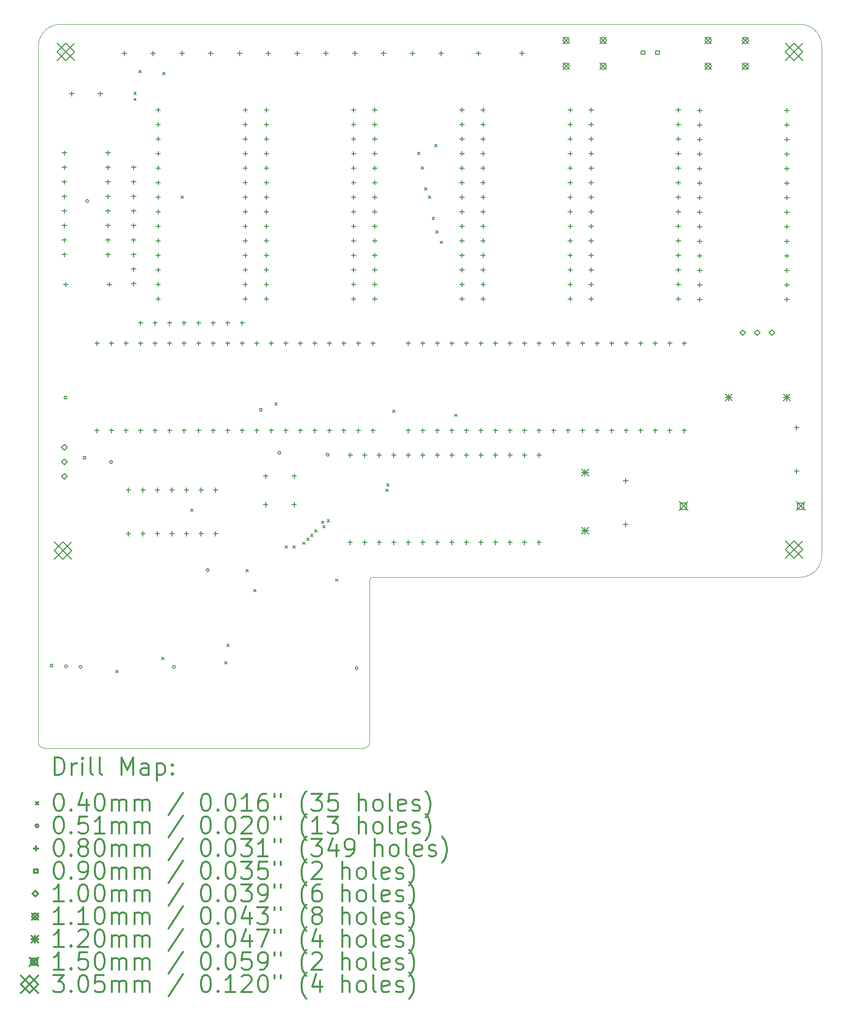
<source format=gbr>
%FSLAX45Y45*%
G04 Gerber Fmt 4.5, Leading zero omitted, Abs format (unit mm)*
G04 Created by KiCad (PCBNEW (5.1.9)-1) date 2023-02-03 17:28:40*
%MOMM*%
%LPD*%
G01*
G04 APERTURE LIST*
%TA.AperFunction,Profile*%
%ADD10C,0.025400*%
%TD*%
%ADD11C,0.200000*%
%ADD12C,0.300000*%
G04 APERTURE END LIST*
D10*
X8007900Y-3911100D02*
G75*
G02*
X8388900Y-3530100I381000J0D01*
G01*
X21325000Y-3530100D02*
X8388900Y-3530100D01*
X21325000Y-3530100D02*
G75*
G02*
X21706000Y-3911100I0J-381000D01*
G01*
X21706000Y-12809500D02*
G75*
G02*
X21325000Y-13190500I-381000J0D01*
G01*
X13849900Y-13190500D02*
G75*
G03*
X13799100Y-13241300I0J-50800D01*
G01*
X21325000Y-13190500D02*
X13849900Y-13190500D01*
X21706000Y-12809500D02*
X21706000Y-3911100D01*
X13799100Y-13241300D02*
X13799100Y-16035300D01*
X8007900Y-16035300D02*
X8007900Y-16073400D01*
X8007900Y-16073400D02*
G75*
G03*
X8109500Y-16175000I101600J0D01*
G01*
X13799100Y-16073400D02*
X13799100Y-16035300D01*
X13697500Y-16175000D02*
G75*
G03*
X13799100Y-16073400I0J101600D01*
G01*
X8007900Y-3911100D02*
X8007900Y-16035300D01*
X8109500Y-16175000D02*
X13697500Y-16175000D01*
D11*
X9357900Y-14814500D02*
X9397900Y-14854500D01*
X9397900Y-14814500D02*
X9357900Y-14854500D01*
X9677900Y-4714500D02*
X9717900Y-4754500D01*
X9717900Y-4714500D02*
X9677900Y-4754500D01*
X9677900Y-4822000D02*
X9717900Y-4862000D01*
X9717900Y-4822000D02*
X9677900Y-4862000D01*
X9767900Y-4332000D02*
X9807900Y-4372000D01*
X9807900Y-4332000D02*
X9767900Y-4372000D01*
X10162900Y-14587000D02*
X10202900Y-14627000D01*
X10202900Y-14587000D02*
X10162900Y-14627000D01*
X10182900Y-4370092D02*
X10222900Y-4410092D01*
X10222900Y-4370092D02*
X10182900Y-4410092D01*
X10502900Y-6529000D02*
X10542900Y-6569000D01*
X10542900Y-6529000D02*
X10502900Y-6569000D01*
X10673650Y-11996250D02*
X10713650Y-12036250D01*
X10713650Y-11996250D02*
X10673650Y-12036250D01*
X11265400Y-14664500D02*
X11305400Y-14704500D01*
X11305400Y-14664500D02*
X11265400Y-14704500D01*
X11303170Y-14359901D02*
X11343170Y-14399901D01*
X11343170Y-14359901D02*
X11303170Y-14399901D01*
X11640400Y-13052000D02*
X11680400Y-13092000D01*
X11680400Y-13052000D02*
X11640400Y-13092000D01*
X11772500Y-13401600D02*
X11812500Y-13441600D01*
X11812500Y-13401600D02*
X11772500Y-13441600D01*
X12142900Y-10144500D02*
X12182900Y-10184500D01*
X12182900Y-10144500D02*
X12142900Y-10184500D01*
X12325215Y-12642004D02*
X12365215Y-12682004D01*
X12365215Y-12642004D02*
X12325215Y-12682004D01*
X12457900Y-12639500D02*
X12497900Y-12679500D01*
X12497900Y-12639500D02*
X12457900Y-12679500D01*
X12628814Y-12575414D02*
X12668814Y-12615414D01*
X12668814Y-12575414D02*
X12628814Y-12615414D01*
X12700064Y-12504163D02*
X12740064Y-12544163D01*
X12740064Y-12504163D02*
X12700064Y-12544163D01*
X12768814Y-12435414D02*
X12808814Y-12475414D01*
X12808814Y-12435414D02*
X12768814Y-12475414D01*
X12841314Y-12362914D02*
X12881314Y-12402914D01*
X12881314Y-12362914D02*
X12841314Y-12402914D01*
X12959158Y-12210170D02*
X12999158Y-12250170D01*
X12999158Y-12210170D02*
X12959158Y-12250170D01*
X12980634Y-12287235D02*
X13020634Y-12327235D01*
X13020634Y-12287235D02*
X12980634Y-12327235D01*
X13057618Y-12183328D02*
X13097618Y-12223328D01*
X13097618Y-12183328D02*
X13057618Y-12223328D01*
X13202900Y-13219500D02*
X13242900Y-13259500D01*
X13242900Y-13219500D02*
X13202900Y-13259500D01*
X14082900Y-11647000D02*
X14122900Y-11687000D01*
X14122900Y-11647000D02*
X14082900Y-11687000D01*
X14097900Y-11554500D02*
X14137900Y-11594500D01*
X14137900Y-11554500D02*
X14097900Y-11594500D01*
X14205400Y-10269500D02*
X14245400Y-10309500D01*
X14245400Y-10269500D02*
X14205400Y-10309500D01*
X14640400Y-5764500D02*
X14680400Y-5804500D01*
X14680400Y-5764500D02*
X14640400Y-5804500D01*
X14702900Y-6022000D02*
X14742900Y-6062000D01*
X14742900Y-6022000D02*
X14702900Y-6062000D01*
X14765400Y-6382000D02*
X14805400Y-6422000D01*
X14805400Y-6382000D02*
X14765400Y-6422000D01*
X14827900Y-6529500D02*
X14867900Y-6569500D01*
X14867900Y-6529500D02*
X14827900Y-6569500D01*
X14892900Y-6899500D02*
X14932900Y-6939500D01*
X14932900Y-6899500D02*
X14892900Y-6939500D01*
X14936400Y-5632001D02*
X14976400Y-5672001D01*
X14976400Y-5632001D02*
X14936400Y-5672001D01*
X14955400Y-7134500D02*
X14995400Y-7174500D01*
X14995400Y-7134500D02*
X14955400Y-7174500D01*
X15035400Y-7319500D02*
X15075400Y-7359500D01*
X15075400Y-7319500D02*
X15035400Y-7359500D01*
X15290400Y-10342001D02*
X15330400Y-10382001D01*
X15330400Y-10342001D02*
X15290400Y-10382001D01*
X8261900Y-14733100D02*
G75*
G03*
X8261900Y-14733100I-25400J0D01*
G01*
X8505800Y-10052000D02*
G75*
G03*
X8505800Y-10052000I-25400J0D01*
G01*
X8515900Y-14745900D02*
G75*
G03*
X8515900Y-14745900I-25400J0D01*
G01*
X8769901Y-14756101D02*
G75*
G03*
X8769901Y-14756101I-25400J0D01*
G01*
X8838300Y-11102000D02*
G75*
G03*
X8838300Y-11102000I-25400J0D01*
G01*
X8885800Y-6617000D02*
G75*
G03*
X8885800Y-6617000I-25400J0D01*
G01*
X9303300Y-11177000D02*
G75*
G03*
X9303300Y-11177000I-25400J0D01*
G01*
X10403300Y-14757000D02*
G75*
G03*
X10403300Y-14757000I-25400J0D01*
G01*
X10990800Y-13064500D02*
G75*
G03*
X10990800Y-13064500I-25400J0D01*
G01*
X11920800Y-10264500D02*
G75*
G03*
X11920800Y-10264500I-25400J0D01*
G01*
X12245800Y-11017000D02*
G75*
G03*
X12245800Y-11017000I-25400J0D01*
G01*
X13090800Y-11049500D02*
G75*
G03*
X13090800Y-11049500I-25400J0D01*
G01*
X13595900Y-14781100D02*
G75*
G03*
X13595900Y-14781100I-25400J0D01*
G01*
X8462900Y-5734500D02*
X8462900Y-5814500D01*
X8422900Y-5774500D02*
X8502900Y-5774500D01*
X8462900Y-5988500D02*
X8462900Y-6068500D01*
X8422900Y-6028500D02*
X8502900Y-6028500D01*
X8462900Y-6242500D02*
X8462900Y-6322500D01*
X8422900Y-6282500D02*
X8502900Y-6282500D01*
X8462900Y-6496500D02*
X8462900Y-6576500D01*
X8422900Y-6536500D02*
X8502900Y-6536500D01*
X8462900Y-6750500D02*
X8462900Y-6830500D01*
X8422900Y-6790500D02*
X8502900Y-6790500D01*
X8462900Y-7004500D02*
X8462900Y-7084500D01*
X8422900Y-7044500D02*
X8502900Y-7044500D01*
X8462900Y-7258500D02*
X8462900Y-7338500D01*
X8422900Y-7298500D02*
X8502900Y-7298500D01*
X8462900Y-7512500D02*
X8462900Y-7592500D01*
X8422900Y-7552500D02*
X8502900Y-7552500D01*
X8487900Y-8032000D02*
X8487900Y-8112000D01*
X8447900Y-8072000D02*
X8527900Y-8072000D01*
X8587900Y-4702000D02*
X8587900Y-4782000D01*
X8547900Y-4742000D02*
X8627900Y-4742000D01*
X9033000Y-9062000D02*
X9033000Y-9142000D01*
X8993000Y-9102000D02*
X9073000Y-9102000D01*
X9033000Y-10586000D02*
X9033000Y-10666000D01*
X8993000Y-10626000D02*
X9073000Y-10626000D01*
X9087900Y-4702000D02*
X9087900Y-4782000D01*
X9047900Y-4742000D02*
X9127900Y-4742000D01*
X9224900Y-5734500D02*
X9224900Y-5814500D01*
X9184900Y-5774500D02*
X9264900Y-5774500D01*
X9224900Y-5988500D02*
X9224900Y-6068500D01*
X9184900Y-6028500D02*
X9264900Y-6028500D01*
X9224900Y-6242500D02*
X9224900Y-6322500D01*
X9184900Y-6282500D02*
X9264900Y-6282500D01*
X9224900Y-6496500D02*
X9224900Y-6576500D01*
X9184900Y-6536500D02*
X9264900Y-6536500D01*
X9224900Y-6750500D02*
X9224900Y-6830500D01*
X9184900Y-6790500D02*
X9264900Y-6790500D01*
X9224900Y-7004500D02*
X9224900Y-7084500D01*
X9184900Y-7044500D02*
X9264900Y-7044500D01*
X9224900Y-7258500D02*
X9224900Y-7338500D01*
X9184900Y-7298500D02*
X9264900Y-7298500D01*
X9224900Y-7512500D02*
X9224900Y-7592500D01*
X9184900Y-7552500D02*
X9264900Y-7552500D01*
X9249900Y-8032000D02*
X9249900Y-8112000D01*
X9209900Y-8072000D02*
X9289900Y-8072000D01*
X9287000Y-9062000D02*
X9287000Y-9142000D01*
X9247000Y-9102000D02*
X9327000Y-9102000D01*
X9287000Y-10586000D02*
X9287000Y-10666000D01*
X9247000Y-10626000D02*
X9327000Y-10626000D01*
X9510400Y-3997000D02*
X9510400Y-4077000D01*
X9470400Y-4037000D02*
X9550400Y-4037000D01*
X9541000Y-9062000D02*
X9541000Y-9142000D01*
X9501000Y-9102000D02*
X9581000Y-9102000D01*
X9541000Y-10586000D02*
X9541000Y-10666000D01*
X9501000Y-10626000D02*
X9581000Y-10626000D01*
X9581900Y-11626500D02*
X9581900Y-11706500D01*
X9541900Y-11666500D02*
X9621900Y-11666500D01*
X9581900Y-12388500D02*
X9581900Y-12468500D01*
X9541900Y-12428500D02*
X9621900Y-12428500D01*
X9673900Y-5988500D02*
X9673900Y-6068500D01*
X9633900Y-6028500D02*
X9713900Y-6028500D01*
X9673900Y-6242500D02*
X9673900Y-6322500D01*
X9633900Y-6282500D02*
X9713900Y-6282500D01*
X9673900Y-6496500D02*
X9673900Y-6576500D01*
X9633900Y-6536500D02*
X9713900Y-6536500D01*
X9673900Y-6750500D02*
X9673900Y-6830500D01*
X9633900Y-6790500D02*
X9713900Y-6790500D01*
X9673900Y-7004500D02*
X9673900Y-7084500D01*
X9633900Y-7044500D02*
X9713900Y-7044500D01*
X9673900Y-7258500D02*
X9673900Y-7338500D01*
X9633900Y-7298500D02*
X9713900Y-7298500D01*
X9673900Y-7512500D02*
X9673900Y-7592500D01*
X9633900Y-7552500D02*
X9713900Y-7552500D01*
X9673900Y-7766500D02*
X9673900Y-7846500D01*
X9633900Y-7806500D02*
X9713900Y-7806500D01*
X9673900Y-8020500D02*
X9673900Y-8100500D01*
X9633900Y-8060500D02*
X9713900Y-8060500D01*
X9795000Y-8707500D02*
X9795000Y-8787500D01*
X9755000Y-8747500D02*
X9835000Y-8747500D01*
X9795000Y-9062000D02*
X9795000Y-9142000D01*
X9755000Y-9102000D02*
X9835000Y-9102000D01*
X9795000Y-10586000D02*
X9795000Y-10666000D01*
X9755000Y-10626000D02*
X9835000Y-10626000D01*
X9835900Y-11626500D02*
X9835900Y-11706500D01*
X9795900Y-11666500D02*
X9875900Y-11666500D01*
X9835900Y-12388500D02*
X9835900Y-12468500D01*
X9795900Y-12428500D02*
X9875900Y-12428500D01*
X10010400Y-3997000D02*
X10010400Y-4077000D01*
X9970400Y-4037000D02*
X10050400Y-4037000D01*
X10049000Y-8707500D02*
X10049000Y-8787500D01*
X10009000Y-8747500D02*
X10089000Y-8747500D01*
X10049000Y-9062000D02*
X10049000Y-9142000D01*
X10009000Y-9102000D02*
X10089000Y-9102000D01*
X10049000Y-10586000D02*
X10049000Y-10666000D01*
X10009000Y-10626000D02*
X10089000Y-10626000D01*
X10089900Y-11626500D02*
X10089900Y-11706500D01*
X10049900Y-11666500D02*
X10129900Y-11666500D01*
X10089900Y-12388500D02*
X10089900Y-12468500D01*
X10049900Y-12428500D02*
X10129900Y-12428500D01*
X10102400Y-4985000D02*
X10102400Y-5065000D01*
X10062400Y-5025000D02*
X10142400Y-5025000D01*
X10102400Y-5239000D02*
X10102400Y-5319000D01*
X10062400Y-5279000D02*
X10142400Y-5279000D01*
X10102400Y-5493000D02*
X10102400Y-5573000D01*
X10062400Y-5533000D02*
X10142400Y-5533000D01*
X10102400Y-5747000D02*
X10102400Y-5827000D01*
X10062400Y-5787000D02*
X10142400Y-5787000D01*
X10102400Y-6001000D02*
X10102400Y-6081000D01*
X10062400Y-6041000D02*
X10142400Y-6041000D01*
X10102400Y-6255000D02*
X10102400Y-6335000D01*
X10062400Y-6295000D02*
X10142400Y-6295000D01*
X10102400Y-6509000D02*
X10102400Y-6589000D01*
X10062400Y-6549000D02*
X10142400Y-6549000D01*
X10102400Y-6763000D02*
X10102400Y-6843000D01*
X10062400Y-6803000D02*
X10142400Y-6803000D01*
X10102400Y-7017000D02*
X10102400Y-7097000D01*
X10062400Y-7057000D02*
X10142400Y-7057000D01*
X10102400Y-7271000D02*
X10102400Y-7351000D01*
X10062400Y-7311000D02*
X10142400Y-7311000D01*
X10102400Y-7525000D02*
X10102400Y-7605000D01*
X10062400Y-7565000D02*
X10142400Y-7565000D01*
X10102400Y-7779000D02*
X10102400Y-7859000D01*
X10062400Y-7819000D02*
X10142400Y-7819000D01*
X10102400Y-8033000D02*
X10102400Y-8113000D01*
X10062400Y-8073000D02*
X10142400Y-8073000D01*
X10102400Y-8287000D02*
X10102400Y-8367000D01*
X10062400Y-8327000D02*
X10142400Y-8327000D01*
X10303000Y-8707500D02*
X10303000Y-8787500D01*
X10263000Y-8747500D02*
X10343000Y-8747500D01*
X10303000Y-9062000D02*
X10303000Y-9142000D01*
X10263000Y-9102000D02*
X10343000Y-9102000D01*
X10303000Y-10586000D02*
X10303000Y-10666000D01*
X10263000Y-10626000D02*
X10343000Y-10626000D01*
X10343900Y-11626500D02*
X10343900Y-11706500D01*
X10303900Y-11666500D02*
X10383900Y-11666500D01*
X10343900Y-12388500D02*
X10343900Y-12468500D01*
X10303900Y-12428500D02*
X10383900Y-12428500D01*
X10518400Y-3997000D02*
X10518400Y-4077000D01*
X10478400Y-4037000D02*
X10558400Y-4037000D01*
X10557000Y-8707500D02*
X10557000Y-8787500D01*
X10517000Y-8747500D02*
X10597000Y-8747500D01*
X10557000Y-9062000D02*
X10557000Y-9142000D01*
X10517000Y-9102000D02*
X10597000Y-9102000D01*
X10557000Y-10586000D02*
X10557000Y-10666000D01*
X10517000Y-10626000D02*
X10597000Y-10626000D01*
X10597900Y-11626500D02*
X10597900Y-11706500D01*
X10557900Y-11666500D02*
X10637900Y-11666500D01*
X10597900Y-12388500D02*
X10597900Y-12468500D01*
X10557900Y-12428500D02*
X10637900Y-12428500D01*
X10811000Y-8707500D02*
X10811000Y-8787500D01*
X10771000Y-8747500D02*
X10851000Y-8747500D01*
X10811000Y-9062000D02*
X10811000Y-9142000D01*
X10771000Y-9102000D02*
X10851000Y-9102000D01*
X10811000Y-10586000D02*
X10811000Y-10666000D01*
X10771000Y-10626000D02*
X10851000Y-10626000D01*
X10851900Y-11626500D02*
X10851900Y-11706500D01*
X10811900Y-11666500D02*
X10891900Y-11666500D01*
X10851900Y-12388500D02*
X10851900Y-12468500D01*
X10811900Y-12428500D02*
X10891900Y-12428500D01*
X11018400Y-3997000D02*
X11018400Y-4077000D01*
X10978400Y-4037000D02*
X11058400Y-4037000D01*
X11065000Y-8707500D02*
X11065000Y-8787500D01*
X11025000Y-8747500D02*
X11105000Y-8747500D01*
X11065000Y-9062000D02*
X11065000Y-9142000D01*
X11025000Y-9102000D02*
X11105000Y-9102000D01*
X11065000Y-10586000D02*
X11065000Y-10666000D01*
X11025000Y-10626000D02*
X11105000Y-10626000D01*
X11105900Y-11626500D02*
X11105900Y-11706500D01*
X11065900Y-11666500D02*
X11145900Y-11666500D01*
X11105900Y-12388500D02*
X11105900Y-12468500D01*
X11065900Y-12428500D02*
X11145900Y-12428500D01*
X11319000Y-8707500D02*
X11319000Y-8787500D01*
X11279000Y-8747500D02*
X11359000Y-8747500D01*
X11319000Y-9062000D02*
X11319000Y-9142000D01*
X11279000Y-9102000D02*
X11359000Y-9102000D01*
X11319000Y-10586000D02*
X11319000Y-10666000D01*
X11279000Y-10626000D02*
X11359000Y-10626000D01*
X11526400Y-3997000D02*
X11526400Y-4077000D01*
X11486400Y-4037000D02*
X11566400Y-4037000D01*
X11573000Y-8707500D02*
X11573000Y-8787500D01*
X11533000Y-8747500D02*
X11613000Y-8747500D01*
X11573000Y-9062000D02*
X11573000Y-9142000D01*
X11533000Y-9102000D02*
X11613000Y-9102000D01*
X11573000Y-10586000D02*
X11573000Y-10666000D01*
X11533000Y-10626000D02*
X11613000Y-10626000D01*
X11626400Y-4985000D02*
X11626400Y-5065000D01*
X11586400Y-5025000D02*
X11666400Y-5025000D01*
X11626400Y-5239000D02*
X11626400Y-5319000D01*
X11586400Y-5279000D02*
X11666400Y-5279000D01*
X11626400Y-5493000D02*
X11626400Y-5573000D01*
X11586400Y-5533000D02*
X11666400Y-5533000D01*
X11626400Y-5747000D02*
X11626400Y-5827000D01*
X11586400Y-5787000D02*
X11666400Y-5787000D01*
X11626400Y-6001000D02*
X11626400Y-6081000D01*
X11586400Y-6041000D02*
X11666400Y-6041000D01*
X11626400Y-6255000D02*
X11626400Y-6335000D01*
X11586400Y-6295000D02*
X11666400Y-6295000D01*
X11626400Y-6509000D02*
X11626400Y-6589000D01*
X11586400Y-6549000D02*
X11666400Y-6549000D01*
X11626400Y-6763000D02*
X11626400Y-6843000D01*
X11586400Y-6803000D02*
X11666400Y-6803000D01*
X11626400Y-7017000D02*
X11626400Y-7097000D01*
X11586400Y-7057000D02*
X11666400Y-7057000D01*
X11626400Y-7271000D02*
X11626400Y-7351000D01*
X11586400Y-7311000D02*
X11666400Y-7311000D01*
X11626400Y-7525000D02*
X11626400Y-7605000D01*
X11586400Y-7565000D02*
X11666400Y-7565000D01*
X11626400Y-7779000D02*
X11626400Y-7859000D01*
X11586400Y-7819000D02*
X11666400Y-7819000D01*
X11626400Y-8033000D02*
X11626400Y-8113000D01*
X11586400Y-8073000D02*
X11666400Y-8073000D01*
X11626400Y-8287000D02*
X11626400Y-8367000D01*
X11586400Y-8327000D02*
X11666400Y-8327000D01*
X11827000Y-9062000D02*
X11827000Y-9142000D01*
X11787000Y-9102000D02*
X11867000Y-9102000D01*
X11827000Y-10586000D02*
X11827000Y-10666000D01*
X11787000Y-10626000D02*
X11867000Y-10626000D01*
X11981900Y-11381500D02*
X11981900Y-11461500D01*
X11941900Y-11421500D02*
X12021900Y-11421500D01*
X11981900Y-11879500D02*
X11981900Y-11959500D01*
X11941900Y-11919500D02*
X12021900Y-11919500D01*
X11995700Y-4985000D02*
X11995700Y-5065000D01*
X11955700Y-5025000D02*
X12035700Y-5025000D01*
X11995700Y-5239000D02*
X11995700Y-5319000D01*
X11955700Y-5279000D02*
X12035700Y-5279000D01*
X11995700Y-5493000D02*
X11995700Y-5573000D01*
X11955700Y-5533000D02*
X12035700Y-5533000D01*
X11995700Y-5747000D02*
X11995700Y-5827000D01*
X11955700Y-5787000D02*
X12035700Y-5787000D01*
X11995700Y-6001000D02*
X11995700Y-6081000D01*
X11955700Y-6041000D02*
X12035700Y-6041000D01*
X11995700Y-6255000D02*
X11995700Y-6335000D01*
X11955700Y-6295000D02*
X12035700Y-6295000D01*
X11995700Y-6509000D02*
X11995700Y-6589000D01*
X11955700Y-6549000D02*
X12035700Y-6549000D01*
X11995700Y-6763000D02*
X11995700Y-6843000D01*
X11955700Y-6803000D02*
X12035700Y-6803000D01*
X11995700Y-7017000D02*
X11995700Y-7097000D01*
X11955700Y-7057000D02*
X12035700Y-7057000D01*
X11995700Y-7271000D02*
X11995700Y-7351000D01*
X11955700Y-7311000D02*
X12035700Y-7311000D01*
X11995700Y-7525000D02*
X11995700Y-7605000D01*
X11955700Y-7565000D02*
X12035700Y-7565000D01*
X11995700Y-7779000D02*
X11995700Y-7859000D01*
X11955700Y-7819000D02*
X12035700Y-7819000D01*
X11995700Y-8033000D02*
X11995700Y-8113000D01*
X11955700Y-8073000D02*
X12035700Y-8073000D01*
X11995700Y-8287000D02*
X11995700Y-8367000D01*
X11955700Y-8327000D02*
X12035700Y-8327000D01*
X12026400Y-3997000D02*
X12026400Y-4077000D01*
X11986400Y-4037000D02*
X12066400Y-4037000D01*
X12081000Y-9062000D02*
X12081000Y-9142000D01*
X12041000Y-9102000D02*
X12121000Y-9102000D01*
X12081000Y-10586000D02*
X12081000Y-10666000D01*
X12041000Y-10626000D02*
X12121000Y-10626000D01*
X12335000Y-9062000D02*
X12335000Y-9142000D01*
X12295000Y-9102000D02*
X12375000Y-9102000D01*
X12335000Y-10586000D02*
X12335000Y-10666000D01*
X12295000Y-10626000D02*
X12375000Y-10626000D01*
X12481900Y-11381500D02*
X12481900Y-11461500D01*
X12441900Y-11421500D02*
X12521900Y-11421500D01*
X12481900Y-11879500D02*
X12481900Y-11959500D01*
X12441900Y-11919500D02*
X12521900Y-11919500D01*
X12534400Y-3997000D02*
X12534400Y-4077000D01*
X12494400Y-4037000D02*
X12574400Y-4037000D01*
X12589000Y-9062000D02*
X12589000Y-9142000D01*
X12549000Y-9102000D02*
X12629000Y-9102000D01*
X12589000Y-10586000D02*
X12589000Y-10666000D01*
X12549000Y-10626000D02*
X12629000Y-10626000D01*
X12843000Y-9062000D02*
X12843000Y-9142000D01*
X12803000Y-9102000D02*
X12883000Y-9102000D01*
X12843000Y-10586000D02*
X12843000Y-10666000D01*
X12803000Y-10626000D02*
X12883000Y-10626000D01*
X13034400Y-3997000D02*
X13034400Y-4077000D01*
X12994400Y-4037000D02*
X13074400Y-4037000D01*
X13097000Y-9062000D02*
X13097000Y-9142000D01*
X13057000Y-9102000D02*
X13137000Y-9102000D01*
X13097000Y-10586000D02*
X13097000Y-10666000D01*
X13057000Y-10626000D02*
X13137000Y-10626000D01*
X13351000Y-9062000D02*
X13351000Y-9142000D01*
X13311000Y-9102000D02*
X13391000Y-9102000D01*
X13351000Y-10586000D02*
X13351000Y-10666000D01*
X13311000Y-10626000D02*
X13391000Y-10626000D01*
X13460900Y-11014500D02*
X13460900Y-11094500D01*
X13420900Y-11054500D02*
X13500900Y-11054500D01*
X13460900Y-12538500D02*
X13460900Y-12618500D01*
X13420900Y-12578500D02*
X13500900Y-12578500D01*
X13519700Y-4985000D02*
X13519700Y-5065000D01*
X13479700Y-5025000D02*
X13559700Y-5025000D01*
X13519700Y-5239000D02*
X13519700Y-5319000D01*
X13479700Y-5279000D02*
X13559700Y-5279000D01*
X13519700Y-5493000D02*
X13519700Y-5573000D01*
X13479700Y-5533000D02*
X13559700Y-5533000D01*
X13519700Y-5747000D02*
X13519700Y-5827000D01*
X13479700Y-5787000D02*
X13559700Y-5787000D01*
X13519700Y-6001000D02*
X13519700Y-6081000D01*
X13479700Y-6041000D02*
X13559700Y-6041000D01*
X13519700Y-6255000D02*
X13519700Y-6335000D01*
X13479700Y-6295000D02*
X13559700Y-6295000D01*
X13519700Y-6509000D02*
X13519700Y-6589000D01*
X13479700Y-6549000D02*
X13559700Y-6549000D01*
X13519700Y-6763000D02*
X13519700Y-6843000D01*
X13479700Y-6803000D02*
X13559700Y-6803000D01*
X13519700Y-7017000D02*
X13519700Y-7097000D01*
X13479700Y-7057000D02*
X13559700Y-7057000D01*
X13519700Y-7271000D02*
X13519700Y-7351000D01*
X13479700Y-7311000D02*
X13559700Y-7311000D01*
X13519700Y-7525000D02*
X13519700Y-7605000D01*
X13479700Y-7565000D02*
X13559700Y-7565000D01*
X13519700Y-7779000D02*
X13519700Y-7859000D01*
X13479700Y-7819000D02*
X13559700Y-7819000D01*
X13519700Y-8033000D02*
X13519700Y-8113000D01*
X13479700Y-8073000D02*
X13559700Y-8073000D01*
X13519700Y-8287000D02*
X13519700Y-8367000D01*
X13479700Y-8327000D02*
X13559700Y-8327000D01*
X13542400Y-3997000D02*
X13542400Y-4077000D01*
X13502400Y-4037000D02*
X13582400Y-4037000D01*
X13605000Y-9062000D02*
X13605000Y-9142000D01*
X13565000Y-9102000D02*
X13645000Y-9102000D01*
X13605000Y-10586000D02*
X13605000Y-10666000D01*
X13565000Y-10626000D02*
X13645000Y-10626000D01*
X13714900Y-11014500D02*
X13714900Y-11094500D01*
X13674900Y-11054500D02*
X13754900Y-11054500D01*
X13714900Y-12538500D02*
X13714900Y-12618500D01*
X13674900Y-12578500D02*
X13754900Y-12578500D01*
X13859000Y-9062000D02*
X13859000Y-9142000D01*
X13819000Y-9102000D02*
X13899000Y-9102000D01*
X13859000Y-10586000D02*
X13859000Y-10666000D01*
X13819000Y-10626000D02*
X13899000Y-10626000D01*
X13889000Y-4985000D02*
X13889000Y-5065000D01*
X13849000Y-5025000D02*
X13929000Y-5025000D01*
X13889000Y-5239000D02*
X13889000Y-5319000D01*
X13849000Y-5279000D02*
X13929000Y-5279000D01*
X13889000Y-5493000D02*
X13889000Y-5573000D01*
X13849000Y-5533000D02*
X13929000Y-5533000D01*
X13889000Y-5747000D02*
X13889000Y-5827000D01*
X13849000Y-5787000D02*
X13929000Y-5787000D01*
X13889000Y-6001000D02*
X13889000Y-6081000D01*
X13849000Y-6041000D02*
X13929000Y-6041000D01*
X13889000Y-6255000D02*
X13889000Y-6335000D01*
X13849000Y-6295000D02*
X13929000Y-6295000D01*
X13889000Y-6509000D02*
X13889000Y-6589000D01*
X13849000Y-6549000D02*
X13929000Y-6549000D01*
X13889000Y-6763000D02*
X13889000Y-6843000D01*
X13849000Y-6803000D02*
X13929000Y-6803000D01*
X13889000Y-7017000D02*
X13889000Y-7097000D01*
X13849000Y-7057000D02*
X13929000Y-7057000D01*
X13889000Y-7271000D02*
X13889000Y-7351000D01*
X13849000Y-7311000D02*
X13929000Y-7311000D01*
X13889000Y-7525000D02*
X13889000Y-7605000D01*
X13849000Y-7565000D02*
X13929000Y-7565000D01*
X13889000Y-7779000D02*
X13889000Y-7859000D01*
X13849000Y-7819000D02*
X13929000Y-7819000D01*
X13889000Y-8033000D02*
X13889000Y-8113000D01*
X13849000Y-8073000D02*
X13929000Y-8073000D01*
X13889000Y-8287000D02*
X13889000Y-8367000D01*
X13849000Y-8327000D02*
X13929000Y-8327000D01*
X13968900Y-11014500D02*
X13968900Y-11094500D01*
X13928900Y-11054500D02*
X14008900Y-11054500D01*
X13968900Y-12538500D02*
X13968900Y-12618500D01*
X13928900Y-12578500D02*
X14008900Y-12578500D01*
X14042400Y-3997000D02*
X14042400Y-4077000D01*
X14002400Y-4037000D02*
X14082400Y-4037000D01*
X14222900Y-11014500D02*
X14222900Y-11094500D01*
X14182900Y-11054500D02*
X14262900Y-11054500D01*
X14222900Y-12538500D02*
X14222900Y-12618500D01*
X14182900Y-12578500D02*
X14262900Y-12578500D01*
X14476900Y-9062000D02*
X14476900Y-9142000D01*
X14436900Y-9102000D02*
X14516900Y-9102000D01*
X14476900Y-10586000D02*
X14476900Y-10666000D01*
X14436900Y-10626000D02*
X14516900Y-10626000D01*
X14476900Y-11014500D02*
X14476900Y-11094500D01*
X14436900Y-11054500D02*
X14516900Y-11054500D01*
X14476900Y-12538500D02*
X14476900Y-12618500D01*
X14436900Y-12578500D02*
X14516900Y-12578500D01*
X14550400Y-3997000D02*
X14550400Y-4077000D01*
X14510400Y-4037000D02*
X14590400Y-4037000D01*
X14730900Y-9062000D02*
X14730900Y-9142000D01*
X14690900Y-9102000D02*
X14770900Y-9102000D01*
X14730900Y-10586000D02*
X14730900Y-10666000D01*
X14690900Y-10626000D02*
X14770900Y-10626000D01*
X14730900Y-11014500D02*
X14730900Y-11094500D01*
X14690900Y-11054500D02*
X14770900Y-11054500D01*
X14730900Y-12538500D02*
X14730900Y-12618500D01*
X14690900Y-12578500D02*
X14770900Y-12578500D01*
X14984900Y-9062000D02*
X14984900Y-9142000D01*
X14944900Y-9102000D02*
X15024900Y-9102000D01*
X14984900Y-10586000D02*
X14984900Y-10666000D01*
X14944900Y-10626000D02*
X15024900Y-10626000D01*
X14984900Y-11014500D02*
X14984900Y-11094500D01*
X14944900Y-11054500D02*
X15024900Y-11054500D01*
X14984900Y-12538500D02*
X14984900Y-12618500D01*
X14944900Y-12578500D02*
X15024900Y-12578500D01*
X15050400Y-3997000D02*
X15050400Y-4077000D01*
X15010400Y-4037000D02*
X15090400Y-4037000D01*
X15238900Y-9062000D02*
X15238900Y-9142000D01*
X15198900Y-9102000D02*
X15278900Y-9102000D01*
X15238900Y-10586000D02*
X15238900Y-10666000D01*
X15198900Y-10626000D02*
X15278900Y-10626000D01*
X15238900Y-11014500D02*
X15238900Y-11094500D01*
X15198900Y-11054500D02*
X15278900Y-11054500D01*
X15238900Y-12538500D02*
X15238900Y-12618500D01*
X15198900Y-12578500D02*
X15278900Y-12578500D01*
X15413000Y-4985000D02*
X15413000Y-5065000D01*
X15373000Y-5025000D02*
X15453000Y-5025000D01*
X15413000Y-5239000D02*
X15413000Y-5319000D01*
X15373000Y-5279000D02*
X15453000Y-5279000D01*
X15413000Y-5493000D02*
X15413000Y-5573000D01*
X15373000Y-5533000D02*
X15453000Y-5533000D01*
X15413000Y-5747000D02*
X15413000Y-5827000D01*
X15373000Y-5787000D02*
X15453000Y-5787000D01*
X15413000Y-6001000D02*
X15413000Y-6081000D01*
X15373000Y-6041000D02*
X15453000Y-6041000D01*
X15413000Y-6255000D02*
X15413000Y-6335000D01*
X15373000Y-6295000D02*
X15453000Y-6295000D01*
X15413000Y-6509000D02*
X15413000Y-6589000D01*
X15373000Y-6549000D02*
X15453000Y-6549000D01*
X15413000Y-6763000D02*
X15413000Y-6843000D01*
X15373000Y-6803000D02*
X15453000Y-6803000D01*
X15413000Y-7017000D02*
X15413000Y-7097000D01*
X15373000Y-7057000D02*
X15453000Y-7057000D01*
X15413000Y-7271000D02*
X15413000Y-7351000D01*
X15373000Y-7311000D02*
X15453000Y-7311000D01*
X15413000Y-7525000D02*
X15413000Y-7605000D01*
X15373000Y-7565000D02*
X15453000Y-7565000D01*
X15413000Y-7779000D02*
X15413000Y-7859000D01*
X15373000Y-7819000D02*
X15453000Y-7819000D01*
X15413000Y-8033000D02*
X15413000Y-8113000D01*
X15373000Y-8073000D02*
X15453000Y-8073000D01*
X15413000Y-8287000D02*
X15413000Y-8367000D01*
X15373000Y-8327000D02*
X15453000Y-8327000D01*
X15492900Y-9062000D02*
X15492900Y-9142000D01*
X15452900Y-9102000D02*
X15532900Y-9102000D01*
X15492900Y-10586000D02*
X15492900Y-10666000D01*
X15452900Y-10626000D02*
X15532900Y-10626000D01*
X15492900Y-11014500D02*
X15492900Y-11094500D01*
X15452900Y-11054500D02*
X15532900Y-11054500D01*
X15492900Y-12538500D02*
X15492900Y-12618500D01*
X15452900Y-12578500D02*
X15532900Y-12578500D01*
X15702900Y-3997000D02*
X15702900Y-4077000D01*
X15662900Y-4037000D02*
X15742900Y-4037000D01*
X15746900Y-9062000D02*
X15746900Y-9142000D01*
X15706900Y-9102000D02*
X15786900Y-9102000D01*
X15746900Y-10586000D02*
X15746900Y-10666000D01*
X15706900Y-10626000D02*
X15786900Y-10626000D01*
X15746900Y-11014500D02*
X15746900Y-11094500D01*
X15706900Y-11054500D02*
X15786900Y-11054500D01*
X15746900Y-12538500D02*
X15746900Y-12618500D01*
X15706900Y-12578500D02*
X15786900Y-12578500D01*
X15782300Y-4985000D02*
X15782300Y-5065000D01*
X15742300Y-5025000D02*
X15822300Y-5025000D01*
X15782300Y-5239000D02*
X15782300Y-5319000D01*
X15742300Y-5279000D02*
X15822300Y-5279000D01*
X15782300Y-5493000D02*
X15782300Y-5573000D01*
X15742300Y-5533000D02*
X15822300Y-5533000D01*
X15782300Y-5747000D02*
X15782300Y-5827000D01*
X15742300Y-5787000D02*
X15822300Y-5787000D01*
X15782300Y-6001000D02*
X15782300Y-6081000D01*
X15742300Y-6041000D02*
X15822300Y-6041000D01*
X15782300Y-6255000D02*
X15782300Y-6335000D01*
X15742300Y-6295000D02*
X15822300Y-6295000D01*
X15782300Y-6509000D02*
X15782300Y-6589000D01*
X15742300Y-6549000D02*
X15822300Y-6549000D01*
X15782300Y-6763000D02*
X15782300Y-6843000D01*
X15742300Y-6803000D02*
X15822300Y-6803000D01*
X15782300Y-7017000D02*
X15782300Y-7097000D01*
X15742300Y-7057000D02*
X15822300Y-7057000D01*
X15782300Y-7271000D02*
X15782300Y-7351000D01*
X15742300Y-7311000D02*
X15822300Y-7311000D01*
X15782300Y-7525000D02*
X15782300Y-7605000D01*
X15742300Y-7565000D02*
X15822300Y-7565000D01*
X15782300Y-7779000D02*
X15782300Y-7859000D01*
X15742300Y-7819000D02*
X15822300Y-7819000D01*
X15782300Y-8033000D02*
X15782300Y-8113000D01*
X15742300Y-8073000D02*
X15822300Y-8073000D01*
X15782300Y-8287000D02*
X15782300Y-8367000D01*
X15742300Y-8327000D02*
X15822300Y-8327000D01*
X16000900Y-9062000D02*
X16000900Y-9142000D01*
X15960900Y-9102000D02*
X16040900Y-9102000D01*
X16000900Y-10586000D02*
X16000900Y-10666000D01*
X15960900Y-10626000D02*
X16040900Y-10626000D01*
X16000900Y-11014500D02*
X16000900Y-11094500D01*
X15960900Y-11054500D02*
X16040900Y-11054500D01*
X16000900Y-12538500D02*
X16000900Y-12618500D01*
X15960900Y-12578500D02*
X16040900Y-12578500D01*
X16254900Y-9062000D02*
X16254900Y-9142000D01*
X16214900Y-9102000D02*
X16294900Y-9102000D01*
X16254900Y-10586000D02*
X16254900Y-10666000D01*
X16214900Y-10626000D02*
X16294900Y-10626000D01*
X16254900Y-11014500D02*
X16254900Y-11094500D01*
X16214900Y-11054500D02*
X16294900Y-11054500D01*
X16254900Y-12538500D02*
X16254900Y-12618500D01*
X16214900Y-12578500D02*
X16294900Y-12578500D01*
X16464900Y-3997000D02*
X16464900Y-4077000D01*
X16424900Y-4037000D02*
X16504900Y-4037000D01*
X16508900Y-9062000D02*
X16508900Y-9142000D01*
X16468900Y-9102000D02*
X16548900Y-9102000D01*
X16508900Y-10586000D02*
X16508900Y-10666000D01*
X16468900Y-10626000D02*
X16548900Y-10626000D01*
X16508900Y-11014500D02*
X16508900Y-11094500D01*
X16468900Y-11054500D02*
X16548900Y-11054500D01*
X16508900Y-12538500D02*
X16508900Y-12618500D01*
X16468900Y-12578500D02*
X16548900Y-12578500D01*
X16762900Y-9062000D02*
X16762900Y-9142000D01*
X16722900Y-9102000D02*
X16802900Y-9102000D01*
X16762900Y-10586000D02*
X16762900Y-10666000D01*
X16722900Y-10626000D02*
X16802900Y-10626000D01*
X16762900Y-11014500D02*
X16762900Y-11094500D01*
X16722900Y-11054500D02*
X16802900Y-11054500D01*
X16762900Y-12538500D02*
X16762900Y-12618500D01*
X16722900Y-12578500D02*
X16802900Y-12578500D01*
X17016900Y-9062000D02*
X17016900Y-9142000D01*
X16976900Y-9102000D02*
X17056900Y-9102000D01*
X17016900Y-10586000D02*
X17016900Y-10666000D01*
X16976900Y-10626000D02*
X17056900Y-10626000D01*
X17270900Y-9062000D02*
X17270900Y-9142000D01*
X17230900Y-9102000D02*
X17310900Y-9102000D01*
X17270900Y-10586000D02*
X17270900Y-10666000D01*
X17230900Y-10626000D02*
X17310900Y-10626000D01*
X17306300Y-4985000D02*
X17306300Y-5065000D01*
X17266300Y-5025000D02*
X17346300Y-5025000D01*
X17306300Y-5239000D02*
X17306300Y-5319000D01*
X17266300Y-5279000D02*
X17346300Y-5279000D01*
X17306300Y-5493000D02*
X17306300Y-5573000D01*
X17266300Y-5533000D02*
X17346300Y-5533000D01*
X17306300Y-5747000D02*
X17306300Y-5827000D01*
X17266300Y-5787000D02*
X17346300Y-5787000D01*
X17306300Y-6001000D02*
X17306300Y-6081000D01*
X17266300Y-6041000D02*
X17346300Y-6041000D01*
X17306300Y-6255000D02*
X17306300Y-6335000D01*
X17266300Y-6295000D02*
X17346300Y-6295000D01*
X17306300Y-6509000D02*
X17306300Y-6589000D01*
X17266300Y-6549000D02*
X17346300Y-6549000D01*
X17306300Y-6763000D02*
X17306300Y-6843000D01*
X17266300Y-6803000D02*
X17346300Y-6803000D01*
X17306300Y-7017000D02*
X17306300Y-7097000D01*
X17266300Y-7057000D02*
X17346300Y-7057000D01*
X17306300Y-7271000D02*
X17306300Y-7351000D01*
X17266300Y-7311000D02*
X17346300Y-7311000D01*
X17306300Y-7525000D02*
X17306300Y-7605000D01*
X17266300Y-7565000D02*
X17346300Y-7565000D01*
X17306300Y-7779000D02*
X17306300Y-7859000D01*
X17266300Y-7819000D02*
X17346300Y-7819000D01*
X17306300Y-8033000D02*
X17306300Y-8113000D01*
X17266300Y-8073000D02*
X17346300Y-8073000D01*
X17306300Y-8287000D02*
X17306300Y-8367000D01*
X17266300Y-8327000D02*
X17346300Y-8327000D01*
X17524900Y-9062000D02*
X17524900Y-9142000D01*
X17484900Y-9102000D02*
X17564900Y-9102000D01*
X17524900Y-10586000D02*
X17524900Y-10666000D01*
X17484900Y-10626000D02*
X17564900Y-10626000D01*
X17675600Y-4985000D02*
X17675600Y-5065000D01*
X17635600Y-5025000D02*
X17715600Y-5025000D01*
X17675600Y-5239000D02*
X17675600Y-5319000D01*
X17635600Y-5279000D02*
X17715600Y-5279000D01*
X17675600Y-5493000D02*
X17675600Y-5573000D01*
X17635600Y-5533000D02*
X17715600Y-5533000D01*
X17675600Y-5747000D02*
X17675600Y-5827000D01*
X17635600Y-5787000D02*
X17715600Y-5787000D01*
X17675600Y-6001000D02*
X17675600Y-6081000D01*
X17635600Y-6041000D02*
X17715600Y-6041000D01*
X17675600Y-6255000D02*
X17675600Y-6335000D01*
X17635600Y-6295000D02*
X17715600Y-6295000D01*
X17675600Y-6509000D02*
X17675600Y-6589000D01*
X17635600Y-6549000D02*
X17715600Y-6549000D01*
X17675600Y-6763000D02*
X17675600Y-6843000D01*
X17635600Y-6803000D02*
X17715600Y-6803000D01*
X17675600Y-7017000D02*
X17675600Y-7097000D01*
X17635600Y-7057000D02*
X17715600Y-7057000D01*
X17675600Y-7271000D02*
X17675600Y-7351000D01*
X17635600Y-7311000D02*
X17715600Y-7311000D01*
X17675600Y-7525000D02*
X17675600Y-7605000D01*
X17635600Y-7565000D02*
X17715600Y-7565000D01*
X17675600Y-7779000D02*
X17675600Y-7859000D01*
X17635600Y-7819000D02*
X17715600Y-7819000D01*
X17675600Y-8033000D02*
X17675600Y-8113000D01*
X17635600Y-8073000D02*
X17715600Y-8073000D01*
X17675600Y-8287000D02*
X17675600Y-8367000D01*
X17635600Y-8327000D02*
X17715600Y-8327000D01*
X17778900Y-9062000D02*
X17778900Y-9142000D01*
X17738900Y-9102000D02*
X17818900Y-9102000D01*
X17778900Y-10586000D02*
X17778900Y-10666000D01*
X17738900Y-10626000D02*
X17818900Y-10626000D01*
X18032900Y-9062000D02*
X18032900Y-9142000D01*
X17992900Y-9102000D02*
X18072900Y-9102000D01*
X18032900Y-10586000D02*
X18032900Y-10666000D01*
X17992900Y-10626000D02*
X18072900Y-10626000D01*
X18275400Y-11462500D02*
X18275400Y-11542500D01*
X18235400Y-11502500D02*
X18315400Y-11502500D01*
X18275400Y-12224500D02*
X18275400Y-12304500D01*
X18235400Y-12264500D02*
X18315400Y-12264500D01*
X18286900Y-9062000D02*
X18286900Y-9142000D01*
X18246900Y-9102000D02*
X18326900Y-9102000D01*
X18286900Y-10586000D02*
X18286900Y-10666000D01*
X18246900Y-10626000D02*
X18326900Y-10626000D01*
X18540900Y-9062000D02*
X18540900Y-9142000D01*
X18500900Y-9102000D02*
X18580900Y-9102000D01*
X18540900Y-10586000D02*
X18540900Y-10666000D01*
X18500900Y-10626000D02*
X18580900Y-10626000D01*
X18794900Y-9062000D02*
X18794900Y-9142000D01*
X18754900Y-9102000D02*
X18834900Y-9102000D01*
X18794900Y-10586000D02*
X18794900Y-10666000D01*
X18754900Y-10626000D02*
X18834900Y-10626000D01*
X19048900Y-9062000D02*
X19048900Y-9142000D01*
X19008900Y-9102000D02*
X19088900Y-9102000D01*
X19048900Y-10586000D02*
X19048900Y-10666000D01*
X19008900Y-10626000D02*
X19088900Y-10626000D01*
X19199600Y-4985000D02*
X19199600Y-5065000D01*
X19159600Y-5025000D02*
X19239600Y-5025000D01*
X19199600Y-5239000D02*
X19199600Y-5319000D01*
X19159600Y-5279000D02*
X19239600Y-5279000D01*
X19199600Y-5493000D02*
X19199600Y-5573000D01*
X19159600Y-5533000D02*
X19239600Y-5533000D01*
X19199600Y-5747000D02*
X19199600Y-5827000D01*
X19159600Y-5787000D02*
X19239600Y-5787000D01*
X19199600Y-6001000D02*
X19199600Y-6081000D01*
X19159600Y-6041000D02*
X19239600Y-6041000D01*
X19199600Y-6255000D02*
X19199600Y-6335000D01*
X19159600Y-6295000D02*
X19239600Y-6295000D01*
X19199600Y-6509000D02*
X19199600Y-6589000D01*
X19159600Y-6549000D02*
X19239600Y-6549000D01*
X19199600Y-6763000D02*
X19199600Y-6843000D01*
X19159600Y-6803000D02*
X19239600Y-6803000D01*
X19199600Y-7017000D02*
X19199600Y-7097000D01*
X19159600Y-7057000D02*
X19239600Y-7057000D01*
X19199600Y-7271000D02*
X19199600Y-7351000D01*
X19159600Y-7311000D02*
X19239600Y-7311000D01*
X19199600Y-7525000D02*
X19199600Y-7605000D01*
X19159600Y-7565000D02*
X19239600Y-7565000D01*
X19199600Y-7779000D02*
X19199600Y-7859000D01*
X19159600Y-7819000D02*
X19239600Y-7819000D01*
X19199600Y-8033000D02*
X19199600Y-8113000D01*
X19159600Y-8073000D02*
X19239600Y-8073000D01*
X19199600Y-8287000D02*
X19199600Y-8367000D01*
X19159600Y-8327000D02*
X19239600Y-8327000D01*
X19302900Y-9062000D02*
X19302900Y-9142000D01*
X19262900Y-9102000D02*
X19342900Y-9102000D01*
X19302900Y-10586000D02*
X19302900Y-10666000D01*
X19262900Y-10626000D02*
X19342900Y-10626000D01*
X19568900Y-4991500D02*
X19568900Y-5071500D01*
X19528900Y-5031500D02*
X19608900Y-5031500D01*
X19568900Y-5245500D02*
X19568900Y-5325500D01*
X19528900Y-5285500D02*
X19608900Y-5285500D01*
X19568900Y-5499500D02*
X19568900Y-5579500D01*
X19528900Y-5539500D02*
X19608900Y-5539500D01*
X19568900Y-5753500D02*
X19568900Y-5833500D01*
X19528900Y-5793500D02*
X19608900Y-5793500D01*
X19568900Y-6007500D02*
X19568900Y-6087500D01*
X19528900Y-6047500D02*
X19608900Y-6047500D01*
X19568900Y-6261500D02*
X19568900Y-6341500D01*
X19528900Y-6301500D02*
X19608900Y-6301500D01*
X19568900Y-6515500D02*
X19568900Y-6595500D01*
X19528900Y-6555500D02*
X19608900Y-6555500D01*
X19568900Y-6769500D02*
X19568900Y-6849500D01*
X19528900Y-6809500D02*
X19608900Y-6809500D01*
X19568900Y-7023500D02*
X19568900Y-7103500D01*
X19528900Y-7063500D02*
X19608900Y-7063500D01*
X19568900Y-7277500D02*
X19568900Y-7357500D01*
X19528900Y-7317500D02*
X19608900Y-7317500D01*
X19568900Y-7531500D02*
X19568900Y-7611500D01*
X19528900Y-7571500D02*
X19608900Y-7571500D01*
X19568900Y-7785500D02*
X19568900Y-7865500D01*
X19528900Y-7825500D02*
X19608900Y-7825500D01*
X19568900Y-8039500D02*
X19568900Y-8119500D01*
X19528900Y-8079500D02*
X19608900Y-8079500D01*
X19568900Y-8293500D02*
X19568900Y-8373500D01*
X19528900Y-8333500D02*
X19608900Y-8333500D01*
X21092900Y-4991500D02*
X21092900Y-5071500D01*
X21052900Y-5031500D02*
X21132900Y-5031500D01*
X21092900Y-5245500D02*
X21092900Y-5325500D01*
X21052900Y-5285500D02*
X21132900Y-5285500D01*
X21092900Y-5499500D02*
X21092900Y-5579500D01*
X21052900Y-5539500D02*
X21132900Y-5539500D01*
X21092900Y-5753500D02*
X21092900Y-5833500D01*
X21052900Y-5793500D02*
X21132900Y-5793500D01*
X21092900Y-6007500D02*
X21092900Y-6087500D01*
X21052900Y-6047500D02*
X21132900Y-6047500D01*
X21092900Y-6261500D02*
X21092900Y-6341500D01*
X21052900Y-6301500D02*
X21132900Y-6301500D01*
X21092900Y-6515500D02*
X21092900Y-6595500D01*
X21052900Y-6555500D02*
X21132900Y-6555500D01*
X21092900Y-6769500D02*
X21092900Y-6849500D01*
X21052900Y-6809500D02*
X21132900Y-6809500D01*
X21092900Y-7023500D02*
X21092900Y-7103500D01*
X21052900Y-7063500D02*
X21132900Y-7063500D01*
X21092900Y-7277500D02*
X21092900Y-7357500D01*
X21052900Y-7317500D02*
X21132900Y-7317500D01*
X21092900Y-7531500D02*
X21092900Y-7611500D01*
X21052900Y-7571500D02*
X21132900Y-7571500D01*
X21092900Y-7785500D02*
X21092900Y-7865500D01*
X21052900Y-7825500D02*
X21132900Y-7825500D01*
X21092900Y-8039500D02*
X21092900Y-8119500D01*
X21052900Y-8079500D02*
X21132900Y-8079500D01*
X21092900Y-8293500D02*
X21092900Y-8373500D01*
X21052900Y-8333500D02*
X21132900Y-8333500D01*
X21267900Y-10532000D02*
X21267900Y-10612000D01*
X21227900Y-10572000D02*
X21307900Y-10572000D01*
X21267900Y-11294000D02*
X21267900Y-11374000D01*
X21227900Y-11334000D02*
X21307900Y-11334000D01*
X18610720Y-4056320D02*
X18610720Y-3992680D01*
X18547080Y-3992680D01*
X18547080Y-4056320D01*
X18610720Y-4056320D01*
X18864720Y-4056320D02*
X18864720Y-3992680D01*
X18801080Y-3992680D01*
X18801080Y-4056320D01*
X18864720Y-4056320D01*
X8461900Y-10972500D02*
X8511900Y-10922500D01*
X8461900Y-10872500D01*
X8411900Y-10922500D01*
X8461900Y-10972500D01*
X8461900Y-11226500D02*
X8511900Y-11176500D01*
X8461900Y-11126500D01*
X8411900Y-11176500D01*
X8461900Y-11226500D01*
X8461900Y-11480500D02*
X8511900Y-11430500D01*
X8461900Y-11380500D01*
X8411900Y-11430500D01*
X8461900Y-11480500D01*
X20327400Y-8967000D02*
X20377400Y-8917000D01*
X20327400Y-8867000D01*
X20277400Y-8917000D01*
X20327400Y-8967000D01*
X20581400Y-8967000D02*
X20631400Y-8917000D01*
X20581400Y-8867000D01*
X20531400Y-8917000D01*
X20581400Y-8967000D01*
X20835400Y-8967000D02*
X20885400Y-8917000D01*
X20835400Y-8867000D01*
X20785400Y-8917000D01*
X20835400Y-8967000D01*
X17180400Y-3757000D02*
X17290400Y-3867000D01*
X17290400Y-3757000D02*
X17180400Y-3867000D01*
X17290400Y-3812000D02*
G75*
G03*
X17290400Y-3812000I-55000J0D01*
G01*
X17180400Y-4207000D02*
X17290400Y-4317000D01*
X17290400Y-4207000D02*
X17180400Y-4317000D01*
X17290400Y-4262000D02*
G75*
G03*
X17290400Y-4262000I-55000J0D01*
G01*
X17830400Y-3757000D02*
X17940400Y-3867000D01*
X17940400Y-3757000D02*
X17830400Y-3867000D01*
X17940400Y-3812000D02*
G75*
G03*
X17940400Y-3812000I-55000J0D01*
G01*
X17830400Y-4207000D02*
X17940400Y-4317000D01*
X17940400Y-4207000D02*
X17830400Y-4317000D01*
X17940400Y-4262000D02*
G75*
G03*
X17940400Y-4262000I-55000J0D01*
G01*
X19665400Y-3757000D02*
X19775400Y-3867000D01*
X19775400Y-3757000D02*
X19665400Y-3867000D01*
X19775400Y-3812000D02*
G75*
G03*
X19775400Y-3812000I-55000J0D01*
G01*
X19665400Y-4207000D02*
X19775400Y-4317000D01*
X19775400Y-4207000D02*
X19665400Y-4317000D01*
X19775400Y-4262000D02*
G75*
G03*
X19775400Y-4262000I-55000J0D01*
G01*
X20315400Y-3757000D02*
X20425400Y-3867000D01*
X20425400Y-3757000D02*
X20315400Y-3867000D01*
X20425400Y-3812000D02*
G75*
G03*
X20425400Y-3812000I-55000J0D01*
G01*
X20315400Y-4207000D02*
X20425400Y-4317000D01*
X20425400Y-4207000D02*
X20315400Y-4317000D01*
X20425400Y-4262000D02*
G75*
G03*
X20425400Y-4262000I-55000J0D01*
G01*
X17507900Y-11298500D02*
X17627900Y-11418500D01*
X17627900Y-11298500D02*
X17507900Y-11418500D01*
X17567900Y-11298500D02*
X17567900Y-11418500D01*
X17507900Y-11358500D02*
X17627900Y-11358500D01*
X17507900Y-12314500D02*
X17627900Y-12434500D01*
X17627900Y-12314500D02*
X17507900Y-12434500D01*
X17567900Y-12314500D02*
X17567900Y-12434500D01*
X17507900Y-12374500D02*
X17627900Y-12374500D01*
X20016900Y-9987000D02*
X20136900Y-10107000D01*
X20136900Y-9987000D02*
X20016900Y-10107000D01*
X20076900Y-9987000D02*
X20076900Y-10107000D01*
X20016900Y-10047000D02*
X20136900Y-10047000D01*
X21032900Y-9987000D02*
X21152900Y-10107000D01*
X21152900Y-9987000D02*
X21032900Y-10107000D01*
X21092900Y-9987000D02*
X21092900Y-10107000D01*
X21032900Y-10047000D02*
X21152900Y-10047000D01*
X19213900Y-11872000D02*
X19363900Y-12022000D01*
X19363900Y-11872000D02*
X19213900Y-12022000D01*
X19341934Y-12000033D02*
X19341934Y-11893966D01*
X19235867Y-11893966D01*
X19235867Y-12000033D01*
X19341934Y-12000033D01*
X21262900Y-11872000D02*
X21412900Y-12022000D01*
X21412900Y-11872000D02*
X21262900Y-12022000D01*
X21390934Y-12000033D02*
X21390934Y-11893966D01*
X21284867Y-11893966D01*
X21284867Y-12000033D01*
X21390934Y-12000033D01*
X8288500Y-12573100D02*
X8593300Y-12877900D01*
X8593300Y-12573100D02*
X8288500Y-12877900D01*
X8440900Y-12877900D02*
X8593300Y-12725500D01*
X8440900Y-12573100D01*
X8288500Y-12725500D01*
X8440900Y-12877900D01*
X8336500Y-3858700D02*
X8641300Y-4163500D01*
X8641300Y-3858700D02*
X8336500Y-4163500D01*
X8488900Y-4163500D02*
X8641300Y-4011100D01*
X8488900Y-3858700D01*
X8336500Y-4011100D01*
X8488900Y-4163500D01*
X21072600Y-3858700D02*
X21377400Y-4163500D01*
X21377400Y-3858700D02*
X21072600Y-4163500D01*
X21225000Y-4163500D02*
X21377400Y-4011100D01*
X21225000Y-3858700D01*
X21072600Y-4011100D01*
X21225000Y-4163500D01*
X21072600Y-12557100D02*
X21377400Y-12861900D01*
X21377400Y-12557100D02*
X21072600Y-12861900D01*
X21225000Y-12861900D02*
X21377400Y-12709500D01*
X21225000Y-12557100D01*
X21072600Y-12709500D01*
X21225000Y-12861900D01*
D12*
X8293058Y-16641984D02*
X8293058Y-16341984D01*
X8364487Y-16341984D01*
X8407344Y-16356270D01*
X8435916Y-16384841D01*
X8450201Y-16413413D01*
X8464487Y-16470556D01*
X8464487Y-16513413D01*
X8450201Y-16570556D01*
X8435916Y-16599127D01*
X8407344Y-16627699D01*
X8364487Y-16641984D01*
X8293058Y-16641984D01*
X8593058Y-16641984D02*
X8593058Y-16441984D01*
X8593058Y-16499127D02*
X8607344Y-16470556D01*
X8621630Y-16456270D01*
X8650201Y-16441984D01*
X8678773Y-16441984D01*
X8778773Y-16641984D02*
X8778773Y-16441984D01*
X8778773Y-16341984D02*
X8764487Y-16356270D01*
X8778773Y-16370556D01*
X8793058Y-16356270D01*
X8778773Y-16341984D01*
X8778773Y-16370556D01*
X8964487Y-16641984D02*
X8935916Y-16627699D01*
X8921630Y-16599127D01*
X8921630Y-16341984D01*
X9121630Y-16641984D02*
X9093058Y-16627699D01*
X9078773Y-16599127D01*
X9078773Y-16341984D01*
X9464487Y-16641984D02*
X9464487Y-16341984D01*
X9564487Y-16556270D01*
X9664487Y-16341984D01*
X9664487Y-16641984D01*
X9935916Y-16641984D02*
X9935916Y-16484841D01*
X9921630Y-16456270D01*
X9893058Y-16441984D01*
X9835916Y-16441984D01*
X9807344Y-16456270D01*
X9935916Y-16627699D02*
X9907344Y-16641984D01*
X9835916Y-16641984D01*
X9807344Y-16627699D01*
X9793058Y-16599127D01*
X9793058Y-16570556D01*
X9807344Y-16541984D01*
X9835916Y-16527699D01*
X9907344Y-16527699D01*
X9935916Y-16513413D01*
X10078773Y-16441984D02*
X10078773Y-16741984D01*
X10078773Y-16456270D02*
X10107344Y-16441984D01*
X10164487Y-16441984D01*
X10193058Y-16456270D01*
X10207344Y-16470556D01*
X10221630Y-16499127D01*
X10221630Y-16584841D01*
X10207344Y-16613413D01*
X10193058Y-16627699D01*
X10164487Y-16641984D01*
X10107344Y-16641984D01*
X10078773Y-16627699D01*
X10350201Y-16613413D02*
X10364487Y-16627699D01*
X10350201Y-16641984D01*
X10335916Y-16627699D01*
X10350201Y-16613413D01*
X10350201Y-16641984D01*
X10350201Y-16456270D02*
X10364487Y-16470556D01*
X10350201Y-16484841D01*
X10335916Y-16470556D01*
X10350201Y-16456270D01*
X10350201Y-16484841D01*
X7966630Y-17116270D02*
X8006630Y-17156270D01*
X8006630Y-17116270D02*
X7966630Y-17156270D01*
X8350201Y-16971984D02*
X8378773Y-16971984D01*
X8407344Y-16986270D01*
X8421630Y-17000556D01*
X8435916Y-17029127D01*
X8450201Y-17086270D01*
X8450201Y-17157699D01*
X8435916Y-17214842D01*
X8421630Y-17243413D01*
X8407344Y-17257699D01*
X8378773Y-17271984D01*
X8350201Y-17271984D01*
X8321630Y-17257699D01*
X8307344Y-17243413D01*
X8293058Y-17214842D01*
X8278773Y-17157699D01*
X8278773Y-17086270D01*
X8293058Y-17029127D01*
X8307344Y-17000556D01*
X8321630Y-16986270D01*
X8350201Y-16971984D01*
X8578773Y-17243413D02*
X8593058Y-17257699D01*
X8578773Y-17271984D01*
X8564487Y-17257699D01*
X8578773Y-17243413D01*
X8578773Y-17271984D01*
X8850201Y-17071984D02*
X8850201Y-17271984D01*
X8778773Y-16957699D02*
X8707344Y-17171984D01*
X8893058Y-17171984D01*
X9064487Y-16971984D02*
X9093058Y-16971984D01*
X9121630Y-16986270D01*
X9135916Y-17000556D01*
X9150201Y-17029127D01*
X9164487Y-17086270D01*
X9164487Y-17157699D01*
X9150201Y-17214842D01*
X9135916Y-17243413D01*
X9121630Y-17257699D01*
X9093058Y-17271984D01*
X9064487Y-17271984D01*
X9035916Y-17257699D01*
X9021630Y-17243413D01*
X9007344Y-17214842D01*
X8993058Y-17157699D01*
X8993058Y-17086270D01*
X9007344Y-17029127D01*
X9021630Y-17000556D01*
X9035916Y-16986270D01*
X9064487Y-16971984D01*
X9293058Y-17271984D02*
X9293058Y-17071984D01*
X9293058Y-17100556D02*
X9307344Y-17086270D01*
X9335916Y-17071984D01*
X9378773Y-17071984D01*
X9407344Y-17086270D01*
X9421630Y-17114842D01*
X9421630Y-17271984D01*
X9421630Y-17114842D02*
X9435916Y-17086270D01*
X9464487Y-17071984D01*
X9507344Y-17071984D01*
X9535916Y-17086270D01*
X9550201Y-17114842D01*
X9550201Y-17271984D01*
X9693058Y-17271984D02*
X9693058Y-17071984D01*
X9693058Y-17100556D02*
X9707344Y-17086270D01*
X9735916Y-17071984D01*
X9778773Y-17071984D01*
X9807344Y-17086270D01*
X9821630Y-17114842D01*
X9821630Y-17271984D01*
X9821630Y-17114842D02*
X9835916Y-17086270D01*
X9864487Y-17071984D01*
X9907344Y-17071984D01*
X9935916Y-17086270D01*
X9950201Y-17114842D01*
X9950201Y-17271984D01*
X10535916Y-16957699D02*
X10278773Y-17343413D01*
X10921630Y-16971984D02*
X10950201Y-16971984D01*
X10978773Y-16986270D01*
X10993058Y-17000556D01*
X11007344Y-17029127D01*
X11021630Y-17086270D01*
X11021630Y-17157699D01*
X11007344Y-17214842D01*
X10993058Y-17243413D01*
X10978773Y-17257699D01*
X10950201Y-17271984D01*
X10921630Y-17271984D01*
X10893058Y-17257699D01*
X10878773Y-17243413D01*
X10864487Y-17214842D01*
X10850201Y-17157699D01*
X10850201Y-17086270D01*
X10864487Y-17029127D01*
X10878773Y-17000556D01*
X10893058Y-16986270D01*
X10921630Y-16971984D01*
X11150201Y-17243413D02*
X11164487Y-17257699D01*
X11150201Y-17271984D01*
X11135916Y-17257699D01*
X11150201Y-17243413D01*
X11150201Y-17271984D01*
X11350201Y-16971984D02*
X11378773Y-16971984D01*
X11407344Y-16986270D01*
X11421630Y-17000556D01*
X11435916Y-17029127D01*
X11450201Y-17086270D01*
X11450201Y-17157699D01*
X11435916Y-17214842D01*
X11421630Y-17243413D01*
X11407344Y-17257699D01*
X11378773Y-17271984D01*
X11350201Y-17271984D01*
X11321630Y-17257699D01*
X11307344Y-17243413D01*
X11293058Y-17214842D01*
X11278773Y-17157699D01*
X11278773Y-17086270D01*
X11293058Y-17029127D01*
X11307344Y-17000556D01*
X11321630Y-16986270D01*
X11350201Y-16971984D01*
X11735916Y-17271984D02*
X11564487Y-17271984D01*
X11650201Y-17271984D02*
X11650201Y-16971984D01*
X11621630Y-17014842D01*
X11593058Y-17043413D01*
X11564487Y-17057699D01*
X11993058Y-16971984D02*
X11935916Y-16971984D01*
X11907344Y-16986270D01*
X11893058Y-17000556D01*
X11864487Y-17043413D01*
X11850201Y-17100556D01*
X11850201Y-17214842D01*
X11864487Y-17243413D01*
X11878773Y-17257699D01*
X11907344Y-17271984D01*
X11964487Y-17271984D01*
X11993058Y-17257699D01*
X12007344Y-17243413D01*
X12021630Y-17214842D01*
X12021630Y-17143413D01*
X12007344Y-17114842D01*
X11993058Y-17100556D01*
X11964487Y-17086270D01*
X11907344Y-17086270D01*
X11878773Y-17100556D01*
X11864487Y-17114842D01*
X11850201Y-17143413D01*
X12135916Y-16971984D02*
X12135916Y-17029127D01*
X12250201Y-16971984D02*
X12250201Y-17029127D01*
X12693058Y-17386270D02*
X12678773Y-17371984D01*
X12650201Y-17329127D01*
X12635916Y-17300556D01*
X12621630Y-17257699D01*
X12607344Y-17186270D01*
X12607344Y-17129127D01*
X12621630Y-17057699D01*
X12635916Y-17014842D01*
X12650201Y-16986270D01*
X12678773Y-16943413D01*
X12693058Y-16929127D01*
X12778773Y-16971984D02*
X12964487Y-16971984D01*
X12864487Y-17086270D01*
X12907344Y-17086270D01*
X12935916Y-17100556D01*
X12950201Y-17114842D01*
X12964487Y-17143413D01*
X12964487Y-17214842D01*
X12950201Y-17243413D01*
X12935916Y-17257699D01*
X12907344Y-17271984D01*
X12821630Y-17271984D01*
X12793058Y-17257699D01*
X12778773Y-17243413D01*
X13235916Y-16971984D02*
X13093058Y-16971984D01*
X13078773Y-17114842D01*
X13093058Y-17100556D01*
X13121630Y-17086270D01*
X13193058Y-17086270D01*
X13221630Y-17100556D01*
X13235916Y-17114842D01*
X13250201Y-17143413D01*
X13250201Y-17214842D01*
X13235916Y-17243413D01*
X13221630Y-17257699D01*
X13193058Y-17271984D01*
X13121630Y-17271984D01*
X13093058Y-17257699D01*
X13078773Y-17243413D01*
X13607344Y-17271984D02*
X13607344Y-16971984D01*
X13735916Y-17271984D02*
X13735916Y-17114842D01*
X13721630Y-17086270D01*
X13693058Y-17071984D01*
X13650201Y-17071984D01*
X13621630Y-17086270D01*
X13607344Y-17100556D01*
X13921630Y-17271984D02*
X13893058Y-17257699D01*
X13878773Y-17243413D01*
X13864487Y-17214842D01*
X13864487Y-17129127D01*
X13878773Y-17100556D01*
X13893058Y-17086270D01*
X13921630Y-17071984D01*
X13964487Y-17071984D01*
X13993058Y-17086270D01*
X14007344Y-17100556D01*
X14021630Y-17129127D01*
X14021630Y-17214842D01*
X14007344Y-17243413D01*
X13993058Y-17257699D01*
X13964487Y-17271984D01*
X13921630Y-17271984D01*
X14193058Y-17271984D02*
X14164487Y-17257699D01*
X14150201Y-17229127D01*
X14150201Y-16971984D01*
X14421630Y-17257699D02*
X14393058Y-17271984D01*
X14335916Y-17271984D01*
X14307344Y-17257699D01*
X14293058Y-17229127D01*
X14293058Y-17114842D01*
X14307344Y-17086270D01*
X14335916Y-17071984D01*
X14393058Y-17071984D01*
X14421630Y-17086270D01*
X14435916Y-17114842D01*
X14435916Y-17143413D01*
X14293058Y-17171984D01*
X14550201Y-17257699D02*
X14578773Y-17271984D01*
X14635916Y-17271984D01*
X14664487Y-17257699D01*
X14678773Y-17229127D01*
X14678773Y-17214842D01*
X14664487Y-17186270D01*
X14635916Y-17171984D01*
X14593058Y-17171984D01*
X14564487Y-17157699D01*
X14550201Y-17129127D01*
X14550201Y-17114842D01*
X14564487Y-17086270D01*
X14593058Y-17071984D01*
X14635916Y-17071984D01*
X14664487Y-17086270D01*
X14778773Y-17386270D02*
X14793058Y-17371984D01*
X14821630Y-17329127D01*
X14835916Y-17300556D01*
X14850201Y-17257699D01*
X14864487Y-17186270D01*
X14864487Y-17129127D01*
X14850201Y-17057699D01*
X14835916Y-17014842D01*
X14821630Y-16986270D01*
X14793058Y-16943413D01*
X14778773Y-16929127D01*
X8006630Y-17532270D02*
G75*
G03*
X8006630Y-17532270I-25400J0D01*
G01*
X8350201Y-17367984D02*
X8378773Y-17367984D01*
X8407344Y-17382270D01*
X8421630Y-17396556D01*
X8435916Y-17425127D01*
X8450201Y-17482270D01*
X8450201Y-17553699D01*
X8435916Y-17610842D01*
X8421630Y-17639413D01*
X8407344Y-17653699D01*
X8378773Y-17667984D01*
X8350201Y-17667984D01*
X8321630Y-17653699D01*
X8307344Y-17639413D01*
X8293058Y-17610842D01*
X8278773Y-17553699D01*
X8278773Y-17482270D01*
X8293058Y-17425127D01*
X8307344Y-17396556D01*
X8321630Y-17382270D01*
X8350201Y-17367984D01*
X8578773Y-17639413D02*
X8593058Y-17653699D01*
X8578773Y-17667984D01*
X8564487Y-17653699D01*
X8578773Y-17639413D01*
X8578773Y-17667984D01*
X8864487Y-17367984D02*
X8721630Y-17367984D01*
X8707344Y-17510842D01*
X8721630Y-17496556D01*
X8750201Y-17482270D01*
X8821630Y-17482270D01*
X8850201Y-17496556D01*
X8864487Y-17510842D01*
X8878773Y-17539413D01*
X8878773Y-17610842D01*
X8864487Y-17639413D01*
X8850201Y-17653699D01*
X8821630Y-17667984D01*
X8750201Y-17667984D01*
X8721630Y-17653699D01*
X8707344Y-17639413D01*
X9164487Y-17667984D02*
X8993058Y-17667984D01*
X9078773Y-17667984D02*
X9078773Y-17367984D01*
X9050201Y-17410842D01*
X9021630Y-17439413D01*
X8993058Y-17453699D01*
X9293058Y-17667984D02*
X9293058Y-17467984D01*
X9293058Y-17496556D02*
X9307344Y-17482270D01*
X9335916Y-17467984D01*
X9378773Y-17467984D01*
X9407344Y-17482270D01*
X9421630Y-17510842D01*
X9421630Y-17667984D01*
X9421630Y-17510842D02*
X9435916Y-17482270D01*
X9464487Y-17467984D01*
X9507344Y-17467984D01*
X9535916Y-17482270D01*
X9550201Y-17510842D01*
X9550201Y-17667984D01*
X9693058Y-17667984D02*
X9693058Y-17467984D01*
X9693058Y-17496556D02*
X9707344Y-17482270D01*
X9735916Y-17467984D01*
X9778773Y-17467984D01*
X9807344Y-17482270D01*
X9821630Y-17510842D01*
X9821630Y-17667984D01*
X9821630Y-17510842D02*
X9835916Y-17482270D01*
X9864487Y-17467984D01*
X9907344Y-17467984D01*
X9935916Y-17482270D01*
X9950201Y-17510842D01*
X9950201Y-17667984D01*
X10535916Y-17353699D02*
X10278773Y-17739413D01*
X10921630Y-17367984D02*
X10950201Y-17367984D01*
X10978773Y-17382270D01*
X10993058Y-17396556D01*
X11007344Y-17425127D01*
X11021630Y-17482270D01*
X11021630Y-17553699D01*
X11007344Y-17610842D01*
X10993058Y-17639413D01*
X10978773Y-17653699D01*
X10950201Y-17667984D01*
X10921630Y-17667984D01*
X10893058Y-17653699D01*
X10878773Y-17639413D01*
X10864487Y-17610842D01*
X10850201Y-17553699D01*
X10850201Y-17482270D01*
X10864487Y-17425127D01*
X10878773Y-17396556D01*
X10893058Y-17382270D01*
X10921630Y-17367984D01*
X11150201Y-17639413D02*
X11164487Y-17653699D01*
X11150201Y-17667984D01*
X11135916Y-17653699D01*
X11150201Y-17639413D01*
X11150201Y-17667984D01*
X11350201Y-17367984D02*
X11378773Y-17367984D01*
X11407344Y-17382270D01*
X11421630Y-17396556D01*
X11435916Y-17425127D01*
X11450201Y-17482270D01*
X11450201Y-17553699D01*
X11435916Y-17610842D01*
X11421630Y-17639413D01*
X11407344Y-17653699D01*
X11378773Y-17667984D01*
X11350201Y-17667984D01*
X11321630Y-17653699D01*
X11307344Y-17639413D01*
X11293058Y-17610842D01*
X11278773Y-17553699D01*
X11278773Y-17482270D01*
X11293058Y-17425127D01*
X11307344Y-17396556D01*
X11321630Y-17382270D01*
X11350201Y-17367984D01*
X11564487Y-17396556D02*
X11578773Y-17382270D01*
X11607344Y-17367984D01*
X11678773Y-17367984D01*
X11707344Y-17382270D01*
X11721630Y-17396556D01*
X11735916Y-17425127D01*
X11735916Y-17453699D01*
X11721630Y-17496556D01*
X11550201Y-17667984D01*
X11735916Y-17667984D01*
X11921630Y-17367984D02*
X11950201Y-17367984D01*
X11978773Y-17382270D01*
X11993058Y-17396556D01*
X12007344Y-17425127D01*
X12021630Y-17482270D01*
X12021630Y-17553699D01*
X12007344Y-17610842D01*
X11993058Y-17639413D01*
X11978773Y-17653699D01*
X11950201Y-17667984D01*
X11921630Y-17667984D01*
X11893058Y-17653699D01*
X11878773Y-17639413D01*
X11864487Y-17610842D01*
X11850201Y-17553699D01*
X11850201Y-17482270D01*
X11864487Y-17425127D01*
X11878773Y-17396556D01*
X11893058Y-17382270D01*
X11921630Y-17367984D01*
X12135916Y-17367984D02*
X12135916Y-17425127D01*
X12250201Y-17367984D02*
X12250201Y-17425127D01*
X12693058Y-17782270D02*
X12678773Y-17767984D01*
X12650201Y-17725127D01*
X12635916Y-17696556D01*
X12621630Y-17653699D01*
X12607344Y-17582270D01*
X12607344Y-17525127D01*
X12621630Y-17453699D01*
X12635916Y-17410842D01*
X12650201Y-17382270D01*
X12678773Y-17339413D01*
X12693058Y-17325127D01*
X12964487Y-17667984D02*
X12793058Y-17667984D01*
X12878773Y-17667984D02*
X12878773Y-17367984D01*
X12850201Y-17410842D01*
X12821630Y-17439413D01*
X12793058Y-17453699D01*
X13064487Y-17367984D02*
X13250201Y-17367984D01*
X13150201Y-17482270D01*
X13193058Y-17482270D01*
X13221630Y-17496556D01*
X13235916Y-17510842D01*
X13250201Y-17539413D01*
X13250201Y-17610842D01*
X13235916Y-17639413D01*
X13221630Y-17653699D01*
X13193058Y-17667984D01*
X13107344Y-17667984D01*
X13078773Y-17653699D01*
X13064487Y-17639413D01*
X13607344Y-17667984D02*
X13607344Y-17367984D01*
X13735916Y-17667984D02*
X13735916Y-17510842D01*
X13721630Y-17482270D01*
X13693058Y-17467984D01*
X13650201Y-17467984D01*
X13621630Y-17482270D01*
X13607344Y-17496556D01*
X13921630Y-17667984D02*
X13893058Y-17653699D01*
X13878773Y-17639413D01*
X13864487Y-17610842D01*
X13864487Y-17525127D01*
X13878773Y-17496556D01*
X13893058Y-17482270D01*
X13921630Y-17467984D01*
X13964487Y-17467984D01*
X13993058Y-17482270D01*
X14007344Y-17496556D01*
X14021630Y-17525127D01*
X14021630Y-17610842D01*
X14007344Y-17639413D01*
X13993058Y-17653699D01*
X13964487Y-17667984D01*
X13921630Y-17667984D01*
X14193058Y-17667984D02*
X14164487Y-17653699D01*
X14150201Y-17625127D01*
X14150201Y-17367984D01*
X14421630Y-17653699D02*
X14393058Y-17667984D01*
X14335916Y-17667984D01*
X14307344Y-17653699D01*
X14293058Y-17625127D01*
X14293058Y-17510842D01*
X14307344Y-17482270D01*
X14335916Y-17467984D01*
X14393058Y-17467984D01*
X14421630Y-17482270D01*
X14435916Y-17510842D01*
X14435916Y-17539413D01*
X14293058Y-17567984D01*
X14550201Y-17653699D02*
X14578773Y-17667984D01*
X14635916Y-17667984D01*
X14664487Y-17653699D01*
X14678773Y-17625127D01*
X14678773Y-17610842D01*
X14664487Y-17582270D01*
X14635916Y-17567984D01*
X14593058Y-17567984D01*
X14564487Y-17553699D01*
X14550201Y-17525127D01*
X14550201Y-17510842D01*
X14564487Y-17482270D01*
X14593058Y-17467984D01*
X14635916Y-17467984D01*
X14664487Y-17482270D01*
X14778773Y-17782270D02*
X14793058Y-17767984D01*
X14821630Y-17725127D01*
X14835916Y-17696556D01*
X14850201Y-17653699D01*
X14864487Y-17582270D01*
X14864487Y-17525127D01*
X14850201Y-17453699D01*
X14835916Y-17410842D01*
X14821630Y-17382270D01*
X14793058Y-17339413D01*
X14778773Y-17325127D01*
X7966630Y-17888270D02*
X7966630Y-17968270D01*
X7926630Y-17928270D02*
X8006630Y-17928270D01*
X8350201Y-17763984D02*
X8378773Y-17763984D01*
X8407344Y-17778270D01*
X8421630Y-17792556D01*
X8435916Y-17821127D01*
X8450201Y-17878270D01*
X8450201Y-17949699D01*
X8435916Y-18006842D01*
X8421630Y-18035413D01*
X8407344Y-18049699D01*
X8378773Y-18063984D01*
X8350201Y-18063984D01*
X8321630Y-18049699D01*
X8307344Y-18035413D01*
X8293058Y-18006842D01*
X8278773Y-17949699D01*
X8278773Y-17878270D01*
X8293058Y-17821127D01*
X8307344Y-17792556D01*
X8321630Y-17778270D01*
X8350201Y-17763984D01*
X8578773Y-18035413D02*
X8593058Y-18049699D01*
X8578773Y-18063984D01*
X8564487Y-18049699D01*
X8578773Y-18035413D01*
X8578773Y-18063984D01*
X8764487Y-17892556D02*
X8735916Y-17878270D01*
X8721630Y-17863984D01*
X8707344Y-17835413D01*
X8707344Y-17821127D01*
X8721630Y-17792556D01*
X8735916Y-17778270D01*
X8764487Y-17763984D01*
X8821630Y-17763984D01*
X8850201Y-17778270D01*
X8864487Y-17792556D01*
X8878773Y-17821127D01*
X8878773Y-17835413D01*
X8864487Y-17863984D01*
X8850201Y-17878270D01*
X8821630Y-17892556D01*
X8764487Y-17892556D01*
X8735916Y-17906842D01*
X8721630Y-17921127D01*
X8707344Y-17949699D01*
X8707344Y-18006842D01*
X8721630Y-18035413D01*
X8735916Y-18049699D01*
X8764487Y-18063984D01*
X8821630Y-18063984D01*
X8850201Y-18049699D01*
X8864487Y-18035413D01*
X8878773Y-18006842D01*
X8878773Y-17949699D01*
X8864487Y-17921127D01*
X8850201Y-17906842D01*
X8821630Y-17892556D01*
X9064487Y-17763984D02*
X9093058Y-17763984D01*
X9121630Y-17778270D01*
X9135916Y-17792556D01*
X9150201Y-17821127D01*
X9164487Y-17878270D01*
X9164487Y-17949699D01*
X9150201Y-18006842D01*
X9135916Y-18035413D01*
X9121630Y-18049699D01*
X9093058Y-18063984D01*
X9064487Y-18063984D01*
X9035916Y-18049699D01*
X9021630Y-18035413D01*
X9007344Y-18006842D01*
X8993058Y-17949699D01*
X8993058Y-17878270D01*
X9007344Y-17821127D01*
X9021630Y-17792556D01*
X9035916Y-17778270D01*
X9064487Y-17763984D01*
X9293058Y-18063984D02*
X9293058Y-17863984D01*
X9293058Y-17892556D02*
X9307344Y-17878270D01*
X9335916Y-17863984D01*
X9378773Y-17863984D01*
X9407344Y-17878270D01*
X9421630Y-17906842D01*
X9421630Y-18063984D01*
X9421630Y-17906842D02*
X9435916Y-17878270D01*
X9464487Y-17863984D01*
X9507344Y-17863984D01*
X9535916Y-17878270D01*
X9550201Y-17906842D01*
X9550201Y-18063984D01*
X9693058Y-18063984D02*
X9693058Y-17863984D01*
X9693058Y-17892556D02*
X9707344Y-17878270D01*
X9735916Y-17863984D01*
X9778773Y-17863984D01*
X9807344Y-17878270D01*
X9821630Y-17906842D01*
X9821630Y-18063984D01*
X9821630Y-17906842D02*
X9835916Y-17878270D01*
X9864487Y-17863984D01*
X9907344Y-17863984D01*
X9935916Y-17878270D01*
X9950201Y-17906842D01*
X9950201Y-18063984D01*
X10535916Y-17749699D02*
X10278773Y-18135413D01*
X10921630Y-17763984D02*
X10950201Y-17763984D01*
X10978773Y-17778270D01*
X10993058Y-17792556D01*
X11007344Y-17821127D01*
X11021630Y-17878270D01*
X11021630Y-17949699D01*
X11007344Y-18006842D01*
X10993058Y-18035413D01*
X10978773Y-18049699D01*
X10950201Y-18063984D01*
X10921630Y-18063984D01*
X10893058Y-18049699D01*
X10878773Y-18035413D01*
X10864487Y-18006842D01*
X10850201Y-17949699D01*
X10850201Y-17878270D01*
X10864487Y-17821127D01*
X10878773Y-17792556D01*
X10893058Y-17778270D01*
X10921630Y-17763984D01*
X11150201Y-18035413D02*
X11164487Y-18049699D01*
X11150201Y-18063984D01*
X11135916Y-18049699D01*
X11150201Y-18035413D01*
X11150201Y-18063984D01*
X11350201Y-17763984D02*
X11378773Y-17763984D01*
X11407344Y-17778270D01*
X11421630Y-17792556D01*
X11435916Y-17821127D01*
X11450201Y-17878270D01*
X11450201Y-17949699D01*
X11435916Y-18006842D01*
X11421630Y-18035413D01*
X11407344Y-18049699D01*
X11378773Y-18063984D01*
X11350201Y-18063984D01*
X11321630Y-18049699D01*
X11307344Y-18035413D01*
X11293058Y-18006842D01*
X11278773Y-17949699D01*
X11278773Y-17878270D01*
X11293058Y-17821127D01*
X11307344Y-17792556D01*
X11321630Y-17778270D01*
X11350201Y-17763984D01*
X11550201Y-17763984D02*
X11735916Y-17763984D01*
X11635916Y-17878270D01*
X11678773Y-17878270D01*
X11707344Y-17892556D01*
X11721630Y-17906842D01*
X11735916Y-17935413D01*
X11735916Y-18006842D01*
X11721630Y-18035413D01*
X11707344Y-18049699D01*
X11678773Y-18063984D01*
X11593058Y-18063984D01*
X11564487Y-18049699D01*
X11550201Y-18035413D01*
X12021630Y-18063984D02*
X11850201Y-18063984D01*
X11935916Y-18063984D02*
X11935916Y-17763984D01*
X11907344Y-17806842D01*
X11878773Y-17835413D01*
X11850201Y-17849699D01*
X12135916Y-17763984D02*
X12135916Y-17821127D01*
X12250201Y-17763984D02*
X12250201Y-17821127D01*
X12693058Y-18178270D02*
X12678773Y-18163984D01*
X12650201Y-18121127D01*
X12635916Y-18092556D01*
X12621630Y-18049699D01*
X12607344Y-17978270D01*
X12607344Y-17921127D01*
X12621630Y-17849699D01*
X12635916Y-17806842D01*
X12650201Y-17778270D01*
X12678773Y-17735413D01*
X12693058Y-17721127D01*
X12778773Y-17763984D02*
X12964487Y-17763984D01*
X12864487Y-17878270D01*
X12907344Y-17878270D01*
X12935916Y-17892556D01*
X12950201Y-17906842D01*
X12964487Y-17935413D01*
X12964487Y-18006842D01*
X12950201Y-18035413D01*
X12935916Y-18049699D01*
X12907344Y-18063984D01*
X12821630Y-18063984D01*
X12793058Y-18049699D01*
X12778773Y-18035413D01*
X13221630Y-17863984D02*
X13221630Y-18063984D01*
X13150201Y-17749699D02*
X13078773Y-17963984D01*
X13264487Y-17963984D01*
X13393058Y-18063984D02*
X13450201Y-18063984D01*
X13478773Y-18049699D01*
X13493058Y-18035413D01*
X13521630Y-17992556D01*
X13535916Y-17935413D01*
X13535916Y-17821127D01*
X13521630Y-17792556D01*
X13507344Y-17778270D01*
X13478773Y-17763984D01*
X13421630Y-17763984D01*
X13393058Y-17778270D01*
X13378773Y-17792556D01*
X13364487Y-17821127D01*
X13364487Y-17892556D01*
X13378773Y-17921127D01*
X13393058Y-17935413D01*
X13421630Y-17949699D01*
X13478773Y-17949699D01*
X13507344Y-17935413D01*
X13521630Y-17921127D01*
X13535916Y-17892556D01*
X13893058Y-18063984D02*
X13893058Y-17763984D01*
X14021630Y-18063984D02*
X14021630Y-17906842D01*
X14007344Y-17878270D01*
X13978773Y-17863984D01*
X13935916Y-17863984D01*
X13907344Y-17878270D01*
X13893058Y-17892556D01*
X14207344Y-18063984D02*
X14178773Y-18049699D01*
X14164487Y-18035413D01*
X14150201Y-18006842D01*
X14150201Y-17921127D01*
X14164487Y-17892556D01*
X14178773Y-17878270D01*
X14207344Y-17863984D01*
X14250201Y-17863984D01*
X14278773Y-17878270D01*
X14293058Y-17892556D01*
X14307344Y-17921127D01*
X14307344Y-18006842D01*
X14293058Y-18035413D01*
X14278773Y-18049699D01*
X14250201Y-18063984D01*
X14207344Y-18063984D01*
X14478773Y-18063984D02*
X14450201Y-18049699D01*
X14435916Y-18021127D01*
X14435916Y-17763984D01*
X14707344Y-18049699D02*
X14678773Y-18063984D01*
X14621630Y-18063984D01*
X14593058Y-18049699D01*
X14578773Y-18021127D01*
X14578773Y-17906842D01*
X14593058Y-17878270D01*
X14621630Y-17863984D01*
X14678773Y-17863984D01*
X14707344Y-17878270D01*
X14721630Y-17906842D01*
X14721630Y-17935413D01*
X14578773Y-17963984D01*
X14835916Y-18049699D02*
X14864487Y-18063984D01*
X14921630Y-18063984D01*
X14950201Y-18049699D01*
X14964487Y-18021127D01*
X14964487Y-18006842D01*
X14950201Y-17978270D01*
X14921630Y-17963984D01*
X14878773Y-17963984D01*
X14850201Y-17949699D01*
X14835916Y-17921127D01*
X14835916Y-17906842D01*
X14850201Y-17878270D01*
X14878773Y-17863984D01*
X14921630Y-17863984D01*
X14950201Y-17878270D01*
X15064487Y-18178270D02*
X15078773Y-18163984D01*
X15107344Y-18121127D01*
X15121630Y-18092556D01*
X15135916Y-18049699D01*
X15150201Y-17978270D01*
X15150201Y-17921127D01*
X15135916Y-17849699D01*
X15121630Y-17806842D01*
X15107344Y-17778270D01*
X15078773Y-17735413D01*
X15064487Y-17721127D01*
X7993450Y-18356090D02*
X7993450Y-18292450D01*
X7929810Y-18292450D01*
X7929810Y-18356090D01*
X7993450Y-18356090D01*
X8350201Y-18159984D02*
X8378773Y-18159984D01*
X8407344Y-18174270D01*
X8421630Y-18188556D01*
X8435916Y-18217127D01*
X8450201Y-18274270D01*
X8450201Y-18345699D01*
X8435916Y-18402842D01*
X8421630Y-18431413D01*
X8407344Y-18445699D01*
X8378773Y-18459984D01*
X8350201Y-18459984D01*
X8321630Y-18445699D01*
X8307344Y-18431413D01*
X8293058Y-18402842D01*
X8278773Y-18345699D01*
X8278773Y-18274270D01*
X8293058Y-18217127D01*
X8307344Y-18188556D01*
X8321630Y-18174270D01*
X8350201Y-18159984D01*
X8578773Y-18431413D02*
X8593058Y-18445699D01*
X8578773Y-18459984D01*
X8564487Y-18445699D01*
X8578773Y-18431413D01*
X8578773Y-18459984D01*
X8735916Y-18459984D02*
X8793058Y-18459984D01*
X8821630Y-18445699D01*
X8835916Y-18431413D01*
X8864487Y-18388556D01*
X8878773Y-18331413D01*
X8878773Y-18217127D01*
X8864487Y-18188556D01*
X8850201Y-18174270D01*
X8821630Y-18159984D01*
X8764487Y-18159984D01*
X8735916Y-18174270D01*
X8721630Y-18188556D01*
X8707344Y-18217127D01*
X8707344Y-18288556D01*
X8721630Y-18317127D01*
X8735916Y-18331413D01*
X8764487Y-18345699D01*
X8821630Y-18345699D01*
X8850201Y-18331413D01*
X8864487Y-18317127D01*
X8878773Y-18288556D01*
X9064487Y-18159984D02*
X9093058Y-18159984D01*
X9121630Y-18174270D01*
X9135916Y-18188556D01*
X9150201Y-18217127D01*
X9164487Y-18274270D01*
X9164487Y-18345699D01*
X9150201Y-18402842D01*
X9135916Y-18431413D01*
X9121630Y-18445699D01*
X9093058Y-18459984D01*
X9064487Y-18459984D01*
X9035916Y-18445699D01*
X9021630Y-18431413D01*
X9007344Y-18402842D01*
X8993058Y-18345699D01*
X8993058Y-18274270D01*
X9007344Y-18217127D01*
X9021630Y-18188556D01*
X9035916Y-18174270D01*
X9064487Y-18159984D01*
X9293058Y-18459984D02*
X9293058Y-18259984D01*
X9293058Y-18288556D02*
X9307344Y-18274270D01*
X9335916Y-18259984D01*
X9378773Y-18259984D01*
X9407344Y-18274270D01*
X9421630Y-18302842D01*
X9421630Y-18459984D01*
X9421630Y-18302842D02*
X9435916Y-18274270D01*
X9464487Y-18259984D01*
X9507344Y-18259984D01*
X9535916Y-18274270D01*
X9550201Y-18302842D01*
X9550201Y-18459984D01*
X9693058Y-18459984D02*
X9693058Y-18259984D01*
X9693058Y-18288556D02*
X9707344Y-18274270D01*
X9735916Y-18259984D01*
X9778773Y-18259984D01*
X9807344Y-18274270D01*
X9821630Y-18302842D01*
X9821630Y-18459984D01*
X9821630Y-18302842D02*
X9835916Y-18274270D01*
X9864487Y-18259984D01*
X9907344Y-18259984D01*
X9935916Y-18274270D01*
X9950201Y-18302842D01*
X9950201Y-18459984D01*
X10535916Y-18145699D02*
X10278773Y-18531413D01*
X10921630Y-18159984D02*
X10950201Y-18159984D01*
X10978773Y-18174270D01*
X10993058Y-18188556D01*
X11007344Y-18217127D01*
X11021630Y-18274270D01*
X11021630Y-18345699D01*
X11007344Y-18402842D01*
X10993058Y-18431413D01*
X10978773Y-18445699D01*
X10950201Y-18459984D01*
X10921630Y-18459984D01*
X10893058Y-18445699D01*
X10878773Y-18431413D01*
X10864487Y-18402842D01*
X10850201Y-18345699D01*
X10850201Y-18274270D01*
X10864487Y-18217127D01*
X10878773Y-18188556D01*
X10893058Y-18174270D01*
X10921630Y-18159984D01*
X11150201Y-18431413D02*
X11164487Y-18445699D01*
X11150201Y-18459984D01*
X11135916Y-18445699D01*
X11150201Y-18431413D01*
X11150201Y-18459984D01*
X11350201Y-18159984D02*
X11378773Y-18159984D01*
X11407344Y-18174270D01*
X11421630Y-18188556D01*
X11435916Y-18217127D01*
X11450201Y-18274270D01*
X11450201Y-18345699D01*
X11435916Y-18402842D01*
X11421630Y-18431413D01*
X11407344Y-18445699D01*
X11378773Y-18459984D01*
X11350201Y-18459984D01*
X11321630Y-18445699D01*
X11307344Y-18431413D01*
X11293058Y-18402842D01*
X11278773Y-18345699D01*
X11278773Y-18274270D01*
X11293058Y-18217127D01*
X11307344Y-18188556D01*
X11321630Y-18174270D01*
X11350201Y-18159984D01*
X11550201Y-18159984D02*
X11735916Y-18159984D01*
X11635916Y-18274270D01*
X11678773Y-18274270D01*
X11707344Y-18288556D01*
X11721630Y-18302842D01*
X11735916Y-18331413D01*
X11735916Y-18402842D01*
X11721630Y-18431413D01*
X11707344Y-18445699D01*
X11678773Y-18459984D01*
X11593058Y-18459984D01*
X11564487Y-18445699D01*
X11550201Y-18431413D01*
X12007344Y-18159984D02*
X11864487Y-18159984D01*
X11850201Y-18302842D01*
X11864487Y-18288556D01*
X11893058Y-18274270D01*
X11964487Y-18274270D01*
X11993058Y-18288556D01*
X12007344Y-18302842D01*
X12021630Y-18331413D01*
X12021630Y-18402842D01*
X12007344Y-18431413D01*
X11993058Y-18445699D01*
X11964487Y-18459984D01*
X11893058Y-18459984D01*
X11864487Y-18445699D01*
X11850201Y-18431413D01*
X12135916Y-18159984D02*
X12135916Y-18217127D01*
X12250201Y-18159984D02*
X12250201Y-18217127D01*
X12693058Y-18574270D02*
X12678773Y-18559984D01*
X12650201Y-18517127D01*
X12635916Y-18488556D01*
X12621630Y-18445699D01*
X12607344Y-18374270D01*
X12607344Y-18317127D01*
X12621630Y-18245699D01*
X12635916Y-18202842D01*
X12650201Y-18174270D01*
X12678773Y-18131413D01*
X12693058Y-18117127D01*
X12793058Y-18188556D02*
X12807344Y-18174270D01*
X12835916Y-18159984D01*
X12907344Y-18159984D01*
X12935916Y-18174270D01*
X12950201Y-18188556D01*
X12964487Y-18217127D01*
X12964487Y-18245699D01*
X12950201Y-18288556D01*
X12778773Y-18459984D01*
X12964487Y-18459984D01*
X13321630Y-18459984D02*
X13321630Y-18159984D01*
X13450201Y-18459984D02*
X13450201Y-18302842D01*
X13435916Y-18274270D01*
X13407344Y-18259984D01*
X13364487Y-18259984D01*
X13335916Y-18274270D01*
X13321630Y-18288556D01*
X13635916Y-18459984D02*
X13607344Y-18445699D01*
X13593058Y-18431413D01*
X13578773Y-18402842D01*
X13578773Y-18317127D01*
X13593058Y-18288556D01*
X13607344Y-18274270D01*
X13635916Y-18259984D01*
X13678773Y-18259984D01*
X13707344Y-18274270D01*
X13721630Y-18288556D01*
X13735916Y-18317127D01*
X13735916Y-18402842D01*
X13721630Y-18431413D01*
X13707344Y-18445699D01*
X13678773Y-18459984D01*
X13635916Y-18459984D01*
X13907344Y-18459984D02*
X13878773Y-18445699D01*
X13864487Y-18417127D01*
X13864487Y-18159984D01*
X14135916Y-18445699D02*
X14107344Y-18459984D01*
X14050201Y-18459984D01*
X14021630Y-18445699D01*
X14007344Y-18417127D01*
X14007344Y-18302842D01*
X14021630Y-18274270D01*
X14050201Y-18259984D01*
X14107344Y-18259984D01*
X14135916Y-18274270D01*
X14150201Y-18302842D01*
X14150201Y-18331413D01*
X14007344Y-18359984D01*
X14264487Y-18445699D02*
X14293058Y-18459984D01*
X14350201Y-18459984D01*
X14378773Y-18445699D01*
X14393058Y-18417127D01*
X14393058Y-18402842D01*
X14378773Y-18374270D01*
X14350201Y-18359984D01*
X14307344Y-18359984D01*
X14278773Y-18345699D01*
X14264487Y-18317127D01*
X14264487Y-18302842D01*
X14278773Y-18274270D01*
X14307344Y-18259984D01*
X14350201Y-18259984D01*
X14378773Y-18274270D01*
X14493058Y-18574270D02*
X14507344Y-18559984D01*
X14535916Y-18517127D01*
X14550201Y-18488556D01*
X14564487Y-18445699D01*
X14578773Y-18374270D01*
X14578773Y-18317127D01*
X14564487Y-18245699D01*
X14550201Y-18202842D01*
X14535916Y-18174270D01*
X14507344Y-18131413D01*
X14493058Y-18117127D01*
X7956630Y-18770270D02*
X8006630Y-18720270D01*
X7956630Y-18670270D01*
X7906630Y-18720270D01*
X7956630Y-18770270D01*
X8450201Y-18855984D02*
X8278773Y-18855984D01*
X8364487Y-18855984D02*
X8364487Y-18555984D01*
X8335916Y-18598842D01*
X8307344Y-18627413D01*
X8278773Y-18641699D01*
X8578773Y-18827413D02*
X8593058Y-18841699D01*
X8578773Y-18855984D01*
X8564487Y-18841699D01*
X8578773Y-18827413D01*
X8578773Y-18855984D01*
X8778773Y-18555984D02*
X8807344Y-18555984D01*
X8835916Y-18570270D01*
X8850201Y-18584556D01*
X8864487Y-18613127D01*
X8878773Y-18670270D01*
X8878773Y-18741699D01*
X8864487Y-18798842D01*
X8850201Y-18827413D01*
X8835916Y-18841699D01*
X8807344Y-18855984D01*
X8778773Y-18855984D01*
X8750201Y-18841699D01*
X8735916Y-18827413D01*
X8721630Y-18798842D01*
X8707344Y-18741699D01*
X8707344Y-18670270D01*
X8721630Y-18613127D01*
X8735916Y-18584556D01*
X8750201Y-18570270D01*
X8778773Y-18555984D01*
X9064487Y-18555984D02*
X9093058Y-18555984D01*
X9121630Y-18570270D01*
X9135916Y-18584556D01*
X9150201Y-18613127D01*
X9164487Y-18670270D01*
X9164487Y-18741699D01*
X9150201Y-18798842D01*
X9135916Y-18827413D01*
X9121630Y-18841699D01*
X9093058Y-18855984D01*
X9064487Y-18855984D01*
X9035916Y-18841699D01*
X9021630Y-18827413D01*
X9007344Y-18798842D01*
X8993058Y-18741699D01*
X8993058Y-18670270D01*
X9007344Y-18613127D01*
X9021630Y-18584556D01*
X9035916Y-18570270D01*
X9064487Y-18555984D01*
X9293058Y-18855984D02*
X9293058Y-18655984D01*
X9293058Y-18684556D02*
X9307344Y-18670270D01*
X9335916Y-18655984D01*
X9378773Y-18655984D01*
X9407344Y-18670270D01*
X9421630Y-18698842D01*
X9421630Y-18855984D01*
X9421630Y-18698842D02*
X9435916Y-18670270D01*
X9464487Y-18655984D01*
X9507344Y-18655984D01*
X9535916Y-18670270D01*
X9550201Y-18698842D01*
X9550201Y-18855984D01*
X9693058Y-18855984D02*
X9693058Y-18655984D01*
X9693058Y-18684556D02*
X9707344Y-18670270D01*
X9735916Y-18655984D01*
X9778773Y-18655984D01*
X9807344Y-18670270D01*
X9821630Y-18698842D01*
X9821630Y-18855984D01*
X9821630Y-18698842D02*
X9835916Y-18670270D01*
X9864487Y-18655984D01*
X9907344Y-18655984D01*
X9935916Y-18670270D01*
X9950201Y-18698842D01*
X9950201Y-18855984D01*
X10535916Y-18541699D02*
X10278773Y-18927413D01*
X10921630Y-18555984D02*
X10950201Y-18555984D01*
X10978773Y-18570270D01*
X10993058Y-18584556D01*
X11007344Y-18613127D01*
X11021630Y-18670270D01*
X11021630Y-18741699D01*
X11007344Y-18798842D01*
X10993058Y-18827413D01*
X10978773Y-18841699D01*
X10950201Y-18855984D01*
X10921630Y-18855984D01*
X10893058Y-18841699D01*
X10878773Y-18827413D01*
X10864487Y-18798842D01*
X10850201Y-18741699D01*
X10850201Y-18670270D01*
X10864487Y-18613127D01*
X10878773Y-18584556D01*
X10893058Y-18570270D01*
X10921630Y-18555984D01*
X11150201Y-18827413D02*
X11164487Y-18841699D01*
X11150201Y-18855984D01*
X11135916Y-18841699D01*
X11150201Y-18827413D01*
X11150201Y-18855984D01*
X11350201Y-18555984D02*
X11378773Y-18555984D01*
X11407344Y-18570270D01*
X11421630Y-18584556D01*
X11435916Y-18613127D01*
X11450201Y-18670270D01*
X11450201Y-18741699D01*
X11435916Y-18798842D01*
X11421630Y-18827413D01*
X11407344Y-18841699D01*
X11378773Y-18855984D01*
X11350201Y-18855984D01*
X11321630Y-18841699D01*
X11307344Y-18827413D01*
X11293058Y-18798842D01*
X11278773Y-18741699D01*
X11278773Y-18670270D01*
X11293058Y-18613127D01*
X11307344Y-18584556D01*
X11321630Y-18570270D01*
X11350201Y-18555984D01*
X11550201Y-18555984D02*
X11735916Y-18555984D01*
X11635916Y-18670270D01*
X11678773Y-18670270D01*
X11707344Y-18684556D01*
X11721630Y-18698842D01*
X11735916Y-18727413D01*
X11735916Y-18798842D01*
X11721630Y-18827413D01*
X11707344Y-18841699D01*
X11678773Y-18855984D01*
X11593058Y-18855984D01*
X11564487Y-18841699D01*
X11550201Y-18827413D01*
X11878773Y-18855984D02*
X11935916Y-18855984D01*
X11964487Y-18841699D01*
X11978773Y-18827413D01*
X12007344Y-18784556D01*
X12021630Y-18727413D01*
X12021630Y-18613127D01*
X12007344Y-18584556D01*
X11993058Y-18570270D01*
X11964487Y-18555984D01*
X11907344Y-18555984D01*
X11878773Y-18570270D01*
X11864487Y-18584556D01*
X11850201Y-18613127D01*
X11850201Y-18684556D01*
X11864487Y-18713127D01*
X11878773Y-18727413D01*
X11907344Y-18741699D01*
X11964487Y-18741699D01*
X11993058Y-18727413D01*
X12007344Y-18713127D01*
X12021630Y-18684556D01*
X12135916Y-18555984D02*
X12135916Y-18613127D01*
X12250201Y-18555984D02*
X12250201Y-18613127D01*
X12693058Y-18970270D02*
X12678773Y-18955984D01*
X12650201Y-18913127D01*
X12635916Y-18884556D01*
X12621630Y-18841699D01*
X12607344Y-18770270D01*
X12607344Y-18713127D01*
X12621630Y-18641699D01*
X12635916Y-18598842D01*
X12650201Y-18570270D01*
X12678773Y-18527413D01*
X12693058Y-18513127D01*
X12935916Y-18555984D02*
X12878773Y-18555984D01*
X12850201Y-18570270D01*
X12835916Y-18584556D01*
X12807344Y-18627413D01*
X12793058Y-18684556D01*
X12793058Y-18798842D01*
X12807344Y-18827413D01*
X12821630Y-18841699D01*
X12850201Y-18855984D01*
X12907344Y-18855984D01*
X12935916Y-18841699D01*
X12950201Y-18827413D01*
X12964487Y-18798842D01*
X12964487Y-18727413D01*
X12950201Y-18698842D01*
X12935916Y-18684556D01*
X12907344Y-18670270D01*
X12850201Y-18670270D01*
X12821630Y-18684556D01*
X12807344Y-18698842D01*
X12793058Y-18727413D01*
X13321630Y-18855984D02*
X13321630Y-18555984D01*
X13450201Y-18855984D02*
X13450201Y-18698842D01*
X13435916Y-18670270D01*
X13407344Y-18655984D01*
X13364487Y-18655984D01*
X13335916Y-18670270D01*
X13321630Y-18684556D01*
X13635916Y-18855984D02*
X13607344Y-18841699D01*
X13593058Y-18827413D01*
X13578773Y-18798842D01*
X13578773Y-18713127D01*
X13593058Y-18684556D01*
X13607344Y-18670270D01*
X13635916Y-18655984D01*
X13678773Y-18655984D01*
X13707344Y-18670270D01*
X13721630Y-18684556D01*
X13735916Y-18713127D01*
X13735916Y-18798842D01*
X13721630Y-18827413D01*
X13707344Y-18841699D01*
X13678773Y-18855984D01*
X13635916Y-18855984D01*
X13907344Y-18855984D02*
X13878773Y-18841699D01*
X13864487Y-18813127D01*
X13864487Y-18555984D01*
X14135916Y-18841699D02*
X14107344Y-18855984D01*
X14050201Y-18855984D01*
X14021630Y-18841699D01*
X14007344Y-18813127D01*
X14007344Y-18698842D01*
X14021630Y-18670270D01*
X14050201Y-18655984D01*
X14107344Y-18655984D01*
X14135916Y-18670270D01*
X14150201Y-18698842D01*
X14150201Y-18727413D01*
X14007344Y-18755984D01*
X14264487Y-18841699D02*
X14293058Y-18855984D01*
X14350201Y-18855984D01*
X14378773Y-18841699D01*
X14393058Y-18813127D01*
X14393058Y-18798842D01*
X14378773Y-18770270D01*
X14350201Y-18755984D01*
X14307344Y-18755984D01*
X14278773Y-18741699D01*
X14264487Y-18713127D01*
X14264487Y-18698842D01*
X14278773Y-18670270D01*
X14307344Y-18655984D01*
X14350201Y-18655984D01*
X14378773Y-18670270D01*
X14493058Y-18970270D02*
X14507344Y-18955984D01*
X14535916Y-18913127D01*
X14550201Y-18884556D01*
X14564487Y-18841699D01*
X14578773Y-18770270D01*
X14578773Y-18713127D01*
X14564487Y-18641699D01*
X14550201Y-18598842D01*
X14535916Y-18570270D01*
X14507344Y-18527413D01*
X14493058Y-18513127D01*
X7896630Y-19061270D02*
X8006630Y-19171270D01*
X8006630Y-19061270D02*
X7896630Y-19171270D01*
X8006630Y-19116270D02*
G75*
G03*
X8006630Y-19116270I-55000J0D01*
G01*
X8450201Y-19251984D02*
X8278773Y-19251984D01*
X8364487Y-19251984D02*
X8364487Y-18951984D01*
X8335916Y-18994842D01*
X8307344Y-19023413D01*
X8278773Y-19037699D01*
X8578773Y-19223413D02*
X8593058Y-19237699D01*
X8578773Y-19251984D01*
X8564487Y-19237699D01*
X8578773Y-19223413D01*
X8578773Y-19251984D01*
X8878773Y-19251984D02*
X8707344Y-19251984D01*
X8793058Y-19251984D02*
X8793058Y-18951984D01*
X8764487Y-18994842D01*
X8735916Y-19023413D01*
X8707344Y-19037699D01*
X9064487Y-18951984D02*
X9093058Y-18951984D01*
X9121630Y-18966270D01*
X9135916Y-18980556D01*
X9150201Y-19009127D01*
X9164487Y-19066270D01*
X9164487Y-19137699D01*
X9150201Y-19194842D01*
X9135916Y-19223413D01*
X9121630Y-19237699D01*
X9093058Y-19251984D01*
X9064487Y-19251984D01*
X9035916Y-19237699D01*
X9021630Y-19223413D01*
X9007344Y-19194842D01*
X8993058Y-19137699D01*
X8993058Y-19066270D01*
X9007344Y-19009127D01*
X9021630Y-18980556D01*
X9035916Y-18966270D01*
X9064487Y-18951984D01*
X9293058Y-19251984D02*
X9293058Y-19051984D01*
X9293058Y-19080556D02*
X9307344Y-19066270D01*
X9335916Y-19051984D01*
X9378773Y-19051984D01*
X9407344Y-19066270D01*
X9421630Y-19094842D01*
X9421630Y-19251984D01*
X9421630Y-19094842D02*
X9435916Y-19066270D01*
X9464487Y-19051984D01*
X9507344Y-19051984D01*
X9535916Y-19066270D01*
X9550201Y-19094842D01*
X9550201Y-19251984D01*
X9693058Y-19251984D02*
X9693058Y-19051984D01*
X9693058Y-19080556D02*
X9707344Y-19066270D01*
X9735916Y-19051984D01*
X9778773Y-19051984D01*
X9807344Y-19066270D01*
X9821630Y-19094842D01*
X9821630Y-19251984D01*
X9821630Y-19094842D02*
X9835916Y-19066270D01*
X9864487Y-19051984D01*
X9907344Y-19051984D01*
X9935916Y-19066270D01*
X9950201Y-19094842D01*
X9950201Y-19251984D01*
X10535916Y-18937699D02*
X10278773Y-19323413D01*
X10921630Y-18951984D02*
X10950201Y-18951984D01*
X10978773Y-18966270D01*
X10993058Y-18980556D01*
X11007344Y-19009127D01*
X11021630Y-19066270D01*
X11021630Y-19137699D01*
X11007344Y-19194842D01*
X10993058Y-19223413D01*
X10978773Y-19237699D01*
X10950201Y-19251984D01*
X10921630Y-19251984D01*
X10893058Y-19237699D01*
X10878773Y-19223413D01*
X10864487Y-19194842D01*
X10850201Y-19137699D01*
X10850201Y-19066270D01*
X10864487Y-19009127D01*
X10878773Y-18980556D01*
X10893058Y-18966270D01*
X10921630Y-18951984D01*
X11150201Y-19223413D02*
X11164487Y-19237699D01*
X11150201Y-19251984D01*
X11135916Y-19237699D01*
X11150201Y-19223413D01*
X11150201Y-19251984D01*
X11350201Y-18951984D02*
X11378773Y-18951984D01*
X11407344Y-18966270D01*
X11421630Y-18980556D01*
X11435916Y-19009127D01*
X11450201Y-19066270D01*
X11450201Y-19137699D01*
X11435916Y-19194842D01*
X11421630Y-19223413D01*
X11407344Y-19237699D01*
X11378773Y-19251984D01*
X11350201Y-19251984D01*
X11321630Y-19237699D01*
X11307344Y-19223413D01*
X11293058Y-19194842D01*
X11278773Y-19137699D01*
X11278773Y-19066270D01*
X11293058Y-19009127D01*
X11307344Y-18980556D01*
X11321630Y-18966270D01*
X11350201Y-18951984D01*
X11707344Y-19051984D02*
X11707344Y-19251984D01*
X11635916Y-18937699D02*
X11564487Y-19151984D01*
X11750201Y-19151984D01*
X11835916Y-18951984D02*
X12021630Y-18951984D01*
X11921630Y-19066270D01*
X11964487Y-19066270D01*
X11993058Y-19080556D01*
X12007344Y-19094842D01*
X12021630Y-19123413D01*
X12021630Y-19194842D01*
X12007344Y-19223413D01*
X11993058Y-19237699D01*
X11964487Y-19251984D01*
X11878773Y-19251984D01*
X11850201Y-19237699D01*
X11835916Y-19223413D01*
X12135916Y-18951984D02*
X12135916Y-19009127D01*
X12250201Y-18951984D02*
X12250201Y-19009127D01*
X12693058Y-19366270D02*
X12678773Y-19351984D01*
X12650201Y-19309127D01*
X12635916Y-19280556D01*
X12621630Y-19237699D01*
X12607344Y-19166270D01*
X12607344Y-19109127D01*
X12621630Y-19037699D01*
X12635916Y-18994842D01*
X12650201Y-18966270D01*
X12678773Y-18923413D01*
X12693058Y-18909127D01*
X12850201Y-19080556D02*
X12821630Y-19066270D01*
X12807344Y-19051984D01*
X12793058Y-19023413D01*
X12793058Y-19009127D01*
X12807344Y-18980556D01*
X12821630Y-18966270D01*
X12850201Y-18951984D01*
X12907344Y-18951984D01*
X12935916Y-18966270D01*
X12950201Y-18980556D01*
X12964487Y-19009127D01*
X12964487Y-19023413D01*
X12950201Y-19051984D01*
X12935916Y-19066270D01*
X12907344Y-19080556D01*
X12850201Y-19080556D01*
X12821630Y-19094842D01*
X12807344Y-19109127D01*
X12793058Y-19137699D01*
X12793058Y-19194842D01*
X12807344Y-19223413D01*
X12821630Y-19237699D01*
X12850201Y-19251984D01*
X12907344Y-19251984D01*
X12935916Y-19237699D01*
X12950201Y-19223413D01*
X12964487Y-19194842D01*
X12964487Y-19137699D01*
X12950201Y-19109127D01*
X12935916Y-19094842D01*
X12907344Y-19080556D01*
X13321630Y-19251984D02*
X13321630Y-18951984D01*
X13450201Y-19251984D02*
X13450201Y-19094842D01*
X13435916Y-19066270D01*
X13407344Y-19051984D01*
X13364487Y-19051984D01*
X13335916Y-19066270D01*
X13321630Y-19080556D01*
X13635916Y-19251984D02*
X13607344Y-19237699D01*
X13593058Y-19223413D01*
X13578773Y-19194842D01*
X13578773Y-19109127D01*
X13593058Y-19080556D01*
X13607344Y-19066270D01*
X13635916Y-19051984D01*
X13678773Y-19051984D01*
X13707344Y-19066270D01*
X13721630Y-19080556D01*
X13735916Y-19109127D01*
X13735916Y-19194842D01*
X13721630Y-19223413D01*
X13707344Y-19237699D01*
X13678773Y-19251984D01*
X13635916Y-19251984D01*
X13907344Y-19251984D02*
X13878773Y-19237699D01*
X13864487Y-19209127D01*
X13864487Y-18951984D01*
X14135916Y-19237699D02*
X14107344Y-19251984D01*
X14050201Y-19251984D01*
X14021630Y-19237699D01*
X14007344Y-19209127D01*
X14007344Y-19094842D01*
X14021630Y-19066270D01*
X14050201Y-19051984D01*
X14107344Y-19051984D01*
X14135916Y-19066270D01*
X14150201Y-19094842D01*
X14150201Y-19123413D01*
X14007344Y-19151984D01*
X14264487Y-19237699D02*
X14293058Y-19251984D01*
X14350201Y-19251984D01*
X14378773Y-19237699D01*
X14393058Y-19209127D01*
X14393058Y-19194842D01*
X14378773Y-19166270D01*
X14350201Y-19151984D01*
X14307344Y-19151984D01*
X14278773Y-19137699D01*
X14264487Y-19109127D01*
X14264487Y-19094842D01*
X14278773Y-19066270D01*
X14307344Y-19051984D01*
X14350201Y-19051984D01*
X14378773Y-19066270D01*
X14493058Y-19366270D02*
X14507344Y-19351984D01*
X14535916Y-19309127D01*
X14550201Y-19280556D01*
X14564487Y-19237699D01*
X14578773Y-19166270D01*
X14578773Y-19109127D01*
X14564487Y-19037699D01*
X14550201Y-18994842D01*
X14535916Y-18966270D01*
X14507344Y-18923413D01*
X14493058Y-18909127D01*
X7886630Y-19452270D02*
X8006630Y-19572270D01*
X8006630Y-19452270D02*
X7886630Y-19572270D01*
X7946630Y-19452270D02*
X7946630Y-19572270D01*
X7886630Y-19512270D02*
X8006630Y-19512270D01*
X8450201Y-19647984D02*
X8278773Y-19647984D01*
X8364487Y-19647984D02*
X8364487Y-19347984D01*
X8335916Y-19390842D01*
X8307344Y-19419413D01*
X8278773Y-19433699D01*
X8578773Y-19619413D02*
X8593058Y-19633699D01*
X8578773Y-19647984D01*
X8564487Y-19633699D01*
X8578773Y-19619413D01*
X8578773Y-19647984D01*
X8707344Y-19376556D02*
X8721630Y-19362270D01*
X8750201Y-19347984D01*
X8821630Y-19347984D01*
X8850201Y-19362270D01*
X8864487Y-19376556D01*
X8878773Y-19405127D01*
X8878773Y-19433699D01*
X8864487Y-19476556D01*
X8693058Y-19647984D01*
X8878773Y-19647984D01*
X9064487Y-19347984D02*
X9093058Y-19347984D01*
X9121630Y-19362270D01*
X9135916Y-19376556D01*
X9150201Y-19405127D01*
X9164487Y-19462270D01*
X9164487Y-19533699D01*
X9150201Y-19590842D01*
X9135916Y-19619413D01*
X9121630Y-19633699D01*
X9093058Y-19647984D01*
X9064487Y-19647984D01*
X9035916Y-19633699D01*
X9021630Y-19619413D01*
X9007344Y-19590842D01*
X8993058Y-19533699D01*
X8993058Y-19462270D01*
X9007344Y-19405127D01*
X9021630Y-19376556D01*
X9035916Y-19362270D01*
X9064487Y-19347984D01*
X9293058Y-19647984D02*
X9293058Y-19447984D01*
X9293058Y-19476556D02*
X9307344Y-19462270D01*
X9335916Y-19447984D01*
X9378773Y-19447984D01*
X9407344Y-19462270D01*
X9421630Y-19490842D01*
X9421630Y-19647984D01*
X9421630Y-19490842D02*
X9435916Y-19462270D01*
X9464487Y-19447984D01*
X9507344Y-19447984D01*
X9535916Y-19462270D01*
X9550201Y-19490842D01*
X9550201Y-19647984D01*
X9693058Y-19647984D02*
X9693058Y-19447984D01*
X9693058Y-19476556D02*
X9707344Y-19462270D01*
X9735916Y-19447984D01*
X9778773Y-19447984D01*
X9807344Y-19462270D01*
X9821630Y-19490842D01*
X9821630Y-19647984D01*
X9821630Y-19490842D02*
X9835916Y-19462270D01*
X9864487Y-19447984D01*
X9907344Y-19447984D01*
X9935916Y-19462270D01*
X9950201Y-19490842D01*
X9950201Y-19647984D01*
X10535916Y-19333699D02*
X10278773Y-19719413D01*
X10921630Y-19347984D02*
X10950201Y-19347984D01*
X10978773Y-19362270D01*
X10993058Y-19376556D01*
X11007344Y-19405127D01*
X11021630Y-19462270D01*
X11021630Y-19533699D01*
X11007344Y-19590842D01*
X10993058Y-19619413D01*
X10978773Y-19633699D01*
X10950201Y-19647984D01*
X10921630Y-19647984D01*
X10893058Y-19633699D01*
X10878773Y-19619413D01*
X10864487Y-19590842D01*
X10850201Y-19533699D01*
X10850201Y-19462270D01*
X10864487Y-19405127D01*
X10878773Y-19376556D01*
X10893058Y-19362270D01*
X10921630Y-19347984D01*
X11150201Y-19619413D02*
X11164487Y-19633699D01*
X11150201Y-19647984D01*
X11135916Y-19633699D01*
X11150201Y-19619413D01*
X11150201Y-19647984D01*
X11350201Y-19347984D02*
X11378773Y-19347984D01*
X11407344Y-19362270D01*
X11421630Y-19376556D01*
X11435916Y-19405127D01*
X11450201Y-19462270D01*
X11450201Y-19533699D01*
X11435916Y-19590842D01*
X11421630Y-19619413D01*
X11407344Y-19633699D01*
X11378773Y-19647984D01*
X11350201Y-19647984D01*
X11321630Y-19633699D01*
X11307344Y-19619413D01*
X11293058Y-19590842D01*
X11278773Y-19533699D01*
X11278773Y-19462270D01*
X11293058Y-19405127D01*
X11307344Y-19376556D01*
X11321630Y-19362270D01*
X11350201Y-19347984D01*
X11707344Y-19447984D02*
X11707344Y-19647984D01*
X11635916Y-19333699D02*
X11564487Y-19547984D01*
X11750201Y-19547984D01*
X11835916Y-19347984D02*
X12035916Y-19347984D01*
X11907344Y-19647984D01*
X12135916Y-19347984D02*
X12135916Y-19405127D01*
X12250201Y-19347984D02*
X12250201Y-19405127D01*
X12693058Y-19762270D02*
X12678773Y-19747984D01*
X12650201Y-19705127D01*
X12635916Y-19676556D01*
X12621630Y-19633699D01*
X12607344Y-19562270D01*
X12607344Y-19505127D01*
X12621630Y-19433699D01*
X12635916Y-19390842D01*
X12650201Y-19362270D01*
X12678773Y-19319413D01*
X12693058Y-19305127D01*
X12935916Y-19447984D02*
X12935916Y-19647984D01*
X12864487Y-19333699D02*
X12793058Y-19547984D01*
X12978773Y-19547984D01*
X13321630Y-19647984D02*
X13321630Y-19347984D01*
X13450201Y-19647984D02*
X13450201Y-19490842D01*
X13435916Y-19462270D01*
X13407344Y-19447984D01*
X13364487Y-19447984D01*
X13335916Y-19462270D01*
X13321630Y-19476556D01*
X13635916Y-19647984D02*
X13607344Y-19633699D01*
X13593058Y-19619413D01*
X13578773Y-19590842D01*
X13578773Y-19505127D01*
X13593058Y-19476556D01*
X13607344Y-19462270D01*
X13635916Y-19447984D01*
X13678773Y-19447984D01*
X13707344Y-19462270D01*
X13721630Y-19476556D01*
X13735916Y-19505127D01*
X13735916Y-19590842D01*
X13721630Y-19619413D01*
X13707344Y-19633699D01*
X13678773Y-19647984D01*
X13635916Y-19647984D01*
X13907344Y-19647984D02*
X13878773Y-19633699D01*
X13864487Y-19605127D01*
X13864487Y-19347984D01*
X14135916Y-19633699D02*
X14107344Y-19647984D01*
X14050201Y-19647984D01*
X14021630Y-19633699D01*
X14007344Y-19605127D01*
X14007344Y-19490842D01*
X14021630Y-19462270D01*
X14050201Y-19447984D01*
X14107344Y-19447984D01*
X14135916Y-19462270D01*
X14150201Y-19490842D01*
X14150201Y-19519413D01*
X14007344Y-19547984D01*
X14264487Y-19633699D02*
X14293058Y-19647984D01*
X14350201Y-19647984D01*
X14378773Y-19633699D01*
X14393058Y-19605127D01*
X14393058Y-19590842D01*
X14378773Y-19562270D01*
X14350201Y-19547984D01*
X14307344Y-19547984D01*
X14278773Y-19533699D01*
X14264487Y-19505127D01*
X14264487Y-19490842D01*
X14278773Y-19462270D01*
X14307344Y-19447984D01*
X14350201Y-19447984D01*
X14378773Y-19462270D01*
X14493058Y-19762270D02*
X14507344Y-19747984D01*
X14535916Y-19705127D01*
X14550201Y-19676556D01*
X14564487Y-19633699D01*
X14578773Y-19562270D01*
X14578773Y-19505127D01*
X14564487Y-19433699D01*
X14550201Y-19390842D01*
X14535916Y-19362270D01*
X14507344Y-19319413D01*
X14493058Y-19305127D01*
X7856630Y-19833270D02*
X8006630Y-19983270D01*
X8006630Y-19833270D02*
X7856630Y-19983270D01*
X7984663Y-19961304D02*
X7984663Y-19855237D01*
X7878596Y-19855237D01*
X7878596Y-19961304D01*
X7984663Y-19961304D01*
X8450201Y-20043984D02*
X8278773Y-20043984D01*
X8364487Y-20043984D02*
X8364487Y-19743984D01*
X8335916Y-19786842D01*
X8307344Y-19815413D01*
X8278773Y-19829699D01*
X8578773Y-20015413D02*
X8593058Y-20029699D01*
X8578773Y-20043984D01*
X8564487Y-20029699D01*
X8578773Y-20015413D01*
X8578773Y-20043984D01*
X8864487Y-19743984D02*
X8721630Y-19743984D01*
X8707344Y-19886842D01*
X8721630Y-19872556D01*
X8750201Y-19858270D01*
X8821630Y-19858270D01*
X8850201Y-19872556D01*
X8864487Y-19886842D01*
X8878773Y-19915413D01*
X8878773Y-19986842D01*
X8864487Y-20015413D01*
X8850201Y-20029699D01*
X8821630Y-20043984D01*
X8750201Y-20043984D01*
X8721630Y-20029699D01*
X8707344Y-20015413D01*
X9064487Y-19743984D02*
X9093058Y-19743984D01*
X9121630Y-19758270D01*
X9135916Y-19772556D01*
X9150201Y-19801127D01*
X9164487Y-19858270D01*
X9164487Y-19929699D01*
X9150201Y-19986842D01*
X9135916Y-20015413D01*
X9121630Y-20029699D01*
X9093058Y-20043984D01*
X9064487Y-20043984D01*
X9035916Y-20029699D01*
X9021630Y-20015413D01*
X9007344Y-19986842D01*
X8993058Y-19929699D01*
X8993058Y-19858270D01*
X9007344Y-19801127D01*
X9021630Y-19772556D01*
X9035916Y-19758270D01*
X9064487Y-19743984D01*
X9293058Y-20043984D02*
X9293058Y-19843984D01*
X9293058Y-19872556D02*
X9307344Y-19858270D01*
X9335916Y-19843984D01*
X9378773Y-19843984D01*
X9407344Y-19858270D01*
X9421630Y-19886842D01*
X9421630Y-20043984D01*
X9421630Y-19886842D02*
X9435916Y-19858270D01*
X9464487Y-19843984D01*
X9507344Y-19843984D01*
X9535916Y-19858270D01*
X9550201Y-19886842D01*
X9550201Y-20043984D01*
X9693058Y-20043984D02*
X9693058Y-19843984D01*
X9693058Y-19872556D02*
X9707344Y-19858270D01*
X9735916Y-19843984D01*
X9778773Y-19843984D01*
X9807344Y-19858270D01*
X9821630Y-19886842D01*
X9821630Y-20043984D01*
X9821630Y-19886842D02*
X9835916Y-19858270D01*
X9864487Y-19843984D01*
X9907344Y-19843984D01*
X9935916Y-19858270D01*
X9950201Y-19886842D01*
X9950201Y-20043984D01*
X10535916Y-19729699D02*
X10278773Y-20115413D01*
X10921630Y-19743984D02*
X10950201Y-19743984D01*
X10978773Y-19758270D01*
X10993058Y-19772556D01*
X11007344Y-19801127D01*
X11021630Y-19858270D01*
X11021630Y-19929699D01*
X11007344Y-19986842D01*
X10993058Y-20015413D01*
X10978773Y-20029699D01*
X10950201Y-20043984D01*
X10921630Y-20043984D01*
X10893058Y-20029699D01*
X10878773Y-20015413D01*
X10864487Y-19986842D01*
X10850201Y-19929699D01*
X10850201Y-19858270D01*
X10864487Y-19801127D01*
X10878773Y-19772556D01*
X10893058Y-19758270D01*
X10921630Y-19743984D01*
X11150201Y-20015413D02*
X11164487Y-20029699D01*
X11150201Y-20043984D01*
X11135916Y-20029699D01*
X11150201Y-20015413D01*
X11150201Y-20043984D01*
X11350201Y-19743984D02*
X11378773Y-19743984D01*
X11407344Y-19758270D01*
X11421630Y-19772556D01*
X11435916Y-19801127D01*
X11450201Y-19858270D01*
X11450201Y-19929699D01*
X11435916Y-19986842D01*
X11421630Y-20015413D01*
X11407344Y-20029699D01*
X11378773Y-20043984D01*
X11350201Y-20043984D01*
X11321630Y-20029699D01*
X11307344Y-20015413D01*
X11293058Y-19986842D01*
X11278773Y-19929699D01*
X11278773Y-19858270D01*
X11293058Y-19801127D01*
X11307344Y-19772556D01*
X11321630Y-19758270D01*
X11350201Y-19743984D01*
X11721630Y-19743984D02*
X11578773Y-19743984D01*
X11564487Y-19886842D01*
X11578773Y-19872556D01*
X11607344Y-19858270D01*
X11678773Y-19858270D01*
X11707344Y-19872556D01*
X11721630Y-19886842D01*
X11735916Y-19915413D01*
X11735916Y-19986842D01*
X11721630Y-20015413D01*
X11707344Y-20029699D01*
X11678773Y-20043984D01*
X11607344Y-20043984D01*
X11578773Y-20029699D01*
X11564487Y-20015413D01*
X11878773Y-20043984D02*
X11935916Y-20043984D01*
X11964487Y-20029699D01*
X11978773Y-20015413D01*
X12007344Y-19972556D01*
X12021630Y-19915413D01*
X12021630Y-19801127D01*
X12007344Y-19772556D01*
X11993058Y-19758270D01*
X11964487Y-19743984D01*
X11907344Y-19743984D01*
X11878773Y-19758270D01*
X11864487Y-19772556D01*
X11850201Y-19801127D01*
X11850201Y-19872556D01*
X11864487Y-19901127D01*
X11878773Y-19915413D01*
X11907344Y-19929699D01*
X11964487Y-19929699D01*
X11993058Y-19915413D01*
X12007344Y-19901127D01*
X12021630Y-19872556D01*
X12135916Y-19743984D02*
X12135916Y-19801127D01*
X12250201Y-19743984D02*
X12250201Y-19801127D01*
X12693058Y-20158270D02*
X12678773Y-20143984D01*
X12650201Y-20101127D01*
X12635916Y-20072556D01*
X12621630Y-20029699D01*
X12607344Y-19958270D01*
X12607344Y-19901127D01*
X12621630Y-19829699D01*
X12635916Y-19786842D01*
X12650201Y-19758270D01*
X12678773Y-19715413D01*
X12693058Y-19701127D01*
X12793058Y-19772556D02*
X12807344Y-19758270D01*
X12835916Y-19743984D01*
X12907344Y-19743984D01*
X12935916Y-19758270D01*
X12950201Y-19772556D01*
X12964487Y-19801127D01*
X12964487Y-19829699D01*
X12950201Y-19872556D01*
X12778773Y-20043984D01*
X12964487Y-20043984D01*
X13321630Y-20043984D02*
X13321630Y-19743984D01*
X13450201Y-20043984D02*
X13450201Y-19886842D01*
X13435916Y-19858270D01*
X13407344Y-19843984D01*
X13364487Y-19843984D01*
X13335916Y-19858270D01*
X13321630Y-19872556D01*
X13635916Y-20043984D02*
X13607344Y-20029699D01*
X13593058Y-20015413D01*
X13578773Y-19986842D01*
X13578773Y-19901127D01*
X13593058Y-19872556D01*
X13607344Y-19858270D01*
X13635916Y-19843984D01*
X13678773Y-19843984D01*
X13707344Y-19858270D01*
X13721630Y-19872556D01*
X13735916Y-19901127D01*
X13735916Y-19986842D01*
X13721630Y-20015413D01*
X13707344Y-20029699D01*
X13678773Y-20043984D01*
X13635916Y-20043984D01*
X13907344Y-20043984D02*
X13878773Y-20029699D01*
X13864487Y-20001127D01*
X13864487Y-19743984D01*
X14135916Y-20029699D02*
X14107344Y-20043984D01*
X14050201Y-20043984D01*
X14021630Y-20029699D01*
X14007344Y-20001127D01*
X14007344Y-19886842D01*
X14021630Y-19858270D01*
X14050201Y-19843984D01*
X14107344Y-19843984D01*
X14135916Y-19858270D01*
X14150201Y-19886842D01*
X14150201Y-19915413D01*
X14007344Y-19943984D01*
X14264487Y-20029699D02*
X14293058Y-20043984D01*
X14350201Y-20043984D01*
X14378773Y-20029699D01*
X14393058Y-20001127D01*
X14393058Y-19986842D01*
X14378773Y-19958270D01*
X14350201Y-19943984D01*
X14307344Y-19943984D01*
X14278773Y-19929699D01*
X14264487Y-19901127D01*
X14264487Y-19886842D01*
X14278773Y-19858270D01*
X14307344Y-19843984D01*
X14350201Y-19843984D01*
X14378773Y-19858270D01*
X14493058Y-20158270D02*
X14507344Y-20143984D01*
X14535916Y-20101127D01*
X14550201Y-20072556D01*
X14564487Y-20029699D01*
X14578773Y-19958270D01*
X14578773Y-19901127D01*
X14564487Y-19829699D01*
X14550201Y-19786842D01*
X14535916Y-19758270D01*
X14507344Y-19715413D01*
X14493058Y-19701127D01*
X7701830Y-20151870D02*
X8006630Y-20456670D01*
X8006630Y-20151870D02*
X7701830Y-20456670D01*
X7854230Y-20456670D02*
X8006630Y-20304270D01*
X7854230Y-20151870D01*
X7701830Y-20304270D01*
X7854230Y-20456670D01*
X8264487Y-20139984D02*
X8450201Y-20139984D01*
X8350201Y-20254270D01*
X8393058Y-20254270D01*
X8421630Y-20268556D01*
X8435916Y-20282842D01*
X8450201Y-20311413D01*
X8450201Y-20382842D01*
X8435916Y-20411413D01*
X8421630Y-20425699D01*
X8393058Y-20439984D01*
X8307344Y-20439984D01*
X8278773Y-20425699D01*
X8264487Y-20411413D01*
X8578773Y-20411413D02*
X8593058Y-20425699D01*
X8578773Y-20439984D01*
X8564487Y-20425699D01*
X8578773Y-20411413D01*
X8578773Y-20439984D01*
X8778773Y-20139984D02*
X8807344Y-20139984D01*
X8835916Y-20154270D01*
X8850201Y-20168556D01*
X8864487Y-20197127D01*
X8878773Y-20254270D01*
X8878773Y-20325699D01*
X8864487Y-20382842D01*
X8850201Y-20411413D01*
X8835916Y-20425699D01*
X8807344Y-20439984D01*
X8778773Y-20439984D01*
X8750201Y-20425699D01*
X8735916Y-20411413D01*
X8721630Y-20382842D01*
X8707344Y-20325699D01*
X8707344Y-20254270D01*
X8721630Y-20197127D01*
X8735916Y-20168556D01*
X8750201Y-20154270D01*
X8778773Y-20139984D01*
X9150201Y-20139984D02*
X9007344Y-20139984D01*
X8993058Y-20282842D01*
X9007344Y-20268556D01*
X9035916Y-20254270D01*
X9107344Y-20254270D01*
X9135916Y-20268556D01*
X9150201Y-20282842D01*
X9164487Y-20311413D01*
X9164487Y-20382842D01*
X9150201Y-20411413D01*
X9135916Y-20425699D01*
X9107344Y-20439984D01*
X9035916Y-20439984D01*
X9007344Y-20425699D01*
X8993058Y-20411413D01*
X9293058Y-20439984D02*
X9293058Y-20239984D01*
X9293058Y-20268556D02*
X9307344Y-20254270D01*
X9335916Y-20239984D01*
X9378773Y-20239984D01*
X9407344Y-20254270D01*
X9421630Y-20282842D01*
X9421630Y-20439984D01*
X9421630Y-20282842D02*
X9435916Y-20254270D01*
X9464487Y-20239984D01*
X9507344Y-20239984D01*
X9535916Y-20254270D01*
X9550201Y-20282842D01*
X9550201Y-20439984D01*
X9693058Y-20439984D02*
X9693058Y-20239984D01*
X9693058Y-20268556D02*
X9707344Y-20254270D01*
X9735916Y-20239984D01*
X9778773Y-20239984D01*
X9807344Y-20254270D01*
X9821630Y-20282842D01*
X9821630Y-20439984D01*
X9821630Y-20282842D02*
X9835916Y-20254270D01*
X9864487Y-20239984D01*
X9907344Y-20239984D01*
X9935916Y-20254270D01*
X9950201Y-20282842D01*
X9950201Y-20439984D01*
X10535916Y-20125699D02*
X10278773Y-20511413D01*
X10921630Y-20139984D02*
X10950201Y-20139984D01*
X10978773Y-20154270D01*
X10993058Y-20168556D01*
X11007344Y-20197127D01*
X11021630Y-20254270D01*
X11021630Y-20325699D01*
X11007344Y-20382842D01*
X10993058Y-20411413D01*
X10978773Y-20425699D01*
X10950201Y-20439984D01*
X10921630Y-20439984D01*
X10893058Y-20425699D01*
X10878773Y-20411413D01*
X10864487Y-20382842D01*
X10850201Y-20325699D01*
X10850201Y-20254270D01*
X10864487Y-20197127D01*
X10878773Y-20168556D01*
X10893058Y-20154270D01*
X10921630Y-20139984D01*
X11150201Y-20411413D02*
X11164487Y-20425699D01*
X11150201Y-20439984D01*
X11135916Y-20425699D01*
X11150201Y-20411413D01*
X11150201Y-20439984D01*
X11450201Y-20439984D02*
X11278773Y-20439984D01*
X11364487Y-20439984D02*
X11364487Y-20139984D01*
X11335916Y-20182842D01*
X11307344Y-20211413D01*
X11278773Y-20225699D01*
X11564487Y-20168556D02*
X11578773Y-20154270D01*
X11607344Y-20139984D01*
X11678773Y-20139984D01*
X11707344Y-20154270D01*
X11721630Y-20168556D01*
X11735916Y-20197127D01*
X11735916Y-20225699D01*
X11721630Y-20268556D01*
X11550201Y-20439984D01*
X11735916Y-20439984D01*
X11921630Y-20139984D02*
X11950201Y-20139984D01*
X11978773Y-20154270D01*
X11993058Y-20168556D01*
X12007344Y-20197127D01*
X12021630Y-20254270D01*
X12021630Y-20325699D01*
X12007344Y-20382842D01*
X11993058Y-20411413D01*
X11978773Y-20425699D01*
X11950201Y-20439984D01*
X11921630Y-20439984D01*
X11893058Y-20425699D01*
X11878773Y-20411413D01*
X11864487Y-20382842D01*
X11850201Y-20325699D01*
X11850201Y-20254270D01*
X11864487Y-20197127D01*
X11878773Y-20168556D01*
X11893058Y-20154270D01*
X11921630Y-20139984D01*
X12135916Y-20139984D02*
X12135916Y-20197127D01*
X12250201Y-20139984D02*
X12250201Y-20197127D01*
X12693058Y-20554270D02*
X12678773Y-20539984D01*
X12650201Y-20497127D01*
X12635916Y-20468556D01*
X12621630Y-20425699D01*
X12607344Y-20354270D01*
X12607344Y-20297127D01*
X12621630Y-20225699D01*
X12635916Y-20182842D01*
X12650201Y-20154270D01*
X12678773Y-20111413D01*
X12693058Y-20097127D01*
X12935916Y-20239984D02*
X12935916Y-20439984D01*
X12864487Y-20125699D02*
X12793058Y-20339984D01*
X12978773Y-20339984D01*
X13321630Y-20439984D02*
X13321630Y-20139984D01*
X13450201Y-20439984D02*
X13450201Y-20282842D01*
X13435916Y-20254270D01*
X13407344Y-20239984D01*
X13364487Y-20239984D01*
X13335916Y-20254270D01*
X13321630Y-20268556D01*
X13635916Y-20439984D02*
X13607344Y-20425699D01*
X13593058Y-20411413D01*
X13578773Y-20382842D01*
X13578773Y-20297127D01*
X13593058Y-20268556D01*
X13607344Y-20254270D01*
X13635916Y-20239984D01*
X13678773Y-20239984D01*
X13707344Y-20254270D01*
X13721630Y-20268556D01*
X13735916Y-20297127D01*
X13735916Y-20382842D01*
X13721630Y-20411413D01*
X13707344Y-20425699D01*
X13678773Y-20439984D01*
X13635916Y-20439984D01*
X13907344Y-20439984D02*
X13878773Y-20425699D01*
X13864487Y-20397127D01*
X13864487Y-20139984D01*
X14135916Y-20425699D02*
X14107344Y-20439984D01*
X14050201Y-20439984D01*
X14021630Y-20425699D01*
X14007344Y-20397127D01*
X14007344Y-20282842D01*
X14021630Y-20254270D01*
X14050201Y-20239984D01*
X14107344Y-20239984D01*
X14135916Y-20254270D01*
X14150201Y-20282842D01*
X14150201Y-20311413D01*
X14007344Y-20339984D01*
X14264487Y-20425699D02*
X14293058Y-20439984D01*
X14350201Y-20439984D01*
X14378773Y-20425699D01*
X14393058Y-20397127D01*
X14393058Y-20382842D01*
X14378773Y-20354270D01*
X14350201Y-20339984D01*
X14307344Y-20339984D01*
X14278773Y-20325699D01*
X14264487Y-20297127D01*
X14264487Y-20282842D01*
X14278773Y-20254270D01*
X14307344Y-20239984D01*
X14350201Y-20239984D01*
X14378773Y-20254270D01*
X14493058Y-20554270D02*
X14507344Y-20539984D01*
X14535916Y-20497127D01*
X14550201Y-20468556D01*
X14564487Y-20425699D01*
X14578773Y-20354270D01*
X14578773Y-20297127D01*
X14564487Y-20225699D01*
X14550201Y-20182842D01*
X14535916Y-20154270D01*
X14507344Y-20111413D01*
X14493058Y-20097127D01*
M02*

</source>
